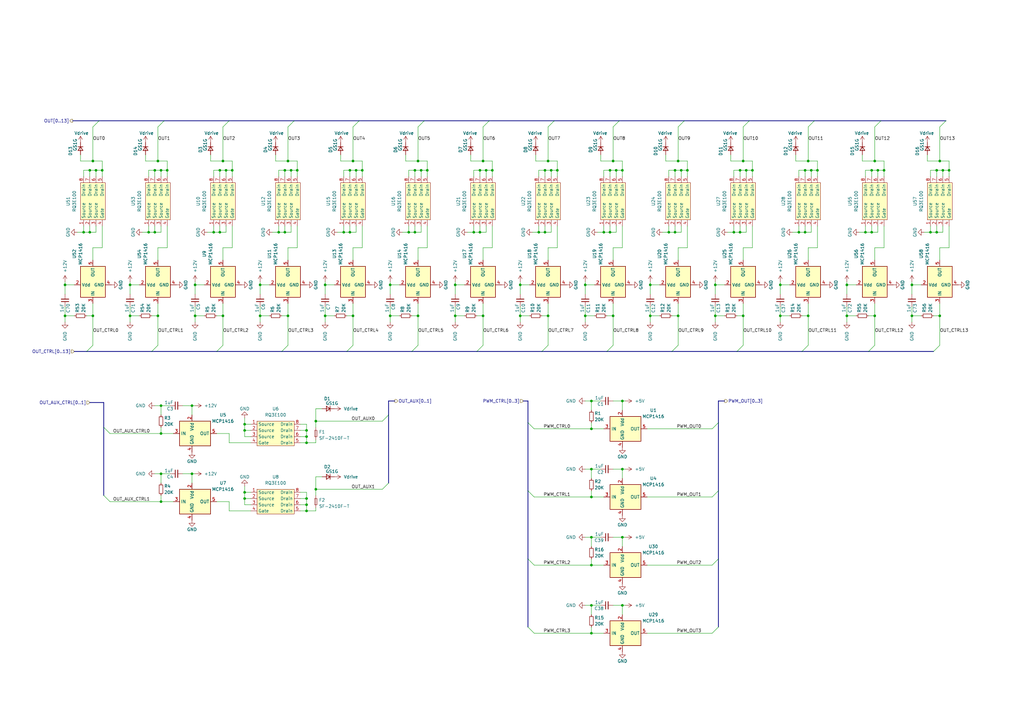
<source format=kicad_sch>
(kicad_sch (version 20230121) (generator eeschema)
  (paper "A3")
  (lib_symbols
    (symbol "CustomSymbols:RQ3E100"
      (property "Reference" "U" (at 0 5.08 0))
      (property "Value" "RQ3E100" (at 0 2.54 0))
      (symbol "RQ3E100_1_1"
        (pin passive line (at -10.16 0 0) (length 2.54) (name "Source") (number "1"))
        (pin passive line (at -10.16 -2.54 0) (length 2.54) (name "Source") (number "2"))
        (pin passive line (at -10.16 -5.08 0) (length 2.54) (name "Source") (number "3"))
        (pin input line (at -10.16 -7.62 0) (length 2.54) (name "Gate") (number "4"))
        (pin passive line (at 10.16 -7.62 180) (length 2.54) (name "Drain") (number "5"))
        (pin passive line (at 10.16 -5.08 180) (length 2.54) (name "Drain") (number "6"))
        (pin passive line (at 10.16 -2.54 180) (length 2.54) (name "Drain") (number "7"))
        (pin passive line (at 10.16 0 180) (length 2.54) (name "Drain") (number "8"))
      )
    )
    (symbol "Device:C_Small" (pin_numbers hide) (pin_names (offset 0.254) hide)
      (property "Reference" "C" (at 0.254 1.778 0))
      (property "Value" "C_Small" (at 0.254 -2.032 0))
      (symbol "C_Small_1_1"
        (pin passive line (at 0 2.54 270) (length 2.032) (name "~") (number "1"))
        (pin passive line (at 0 -2.54 90) (length 2.032) (name "~") (number "2"))
      )
    )
    (symbol "Device:D_Small" (pin_numbers hide) (pin_names (offset 0.254) hide)
      (property "Reference" "D" (at -1.27 2.032 0))
      (property "Value" "D_Small" (at -3.81 -2.032 0))
      (symbol "D_Small_1_1"
        (pin passive line (at -2.54 0 0) (length 1.778) (name "K") (number "1"))
        (pin passive line (at 2.54 0 180) (length 1.778) (name "A") (number "2"))
      )
    )
    (symbol "Device:Fuse_Small" (pin_numbers hide) (pin_names (offset 0.254) hide)
      (property "Reference" "F" (at 0 -1.524 0))
      (property "Value" "Fuse_Small" (at 0 1.524 0))
      (symbol "Fuse_Small_1_1"
        (pin passive line (at -2.54 0 0) (length 1.27) (name "~") (number "1"))
        (pin passive line (at 2.54 0 180) (length 1.27) (name "~") (number "2"))
      )
    )
    (symbol "Device:R_Small" (pin_numbers hide) (pin_names (offset 0.254) hide)
      (property "Reference" "R" (at 0.762 0.508 0))
      (property "Value" "R_Small" (at 0.762 -1.016 0))
      (symbol "R_Small_1_1"
        (pin passive line (at 0 2.54 270) (length 0.762) (name "~") (number "1"))
        (pin passive line (at 0 -2.54 90) (length 0.762) (name "~") (number "2"))
      )
    )
    (symbol "Driver_FET:MCP1416"
      (property "Reference" "U" (at -5.08 6.35 0))
      (property "Value" "MCP1416" (at 1.27 6.35 0))
      (symbol "MCP1416_1_1"
        (pin no_connect line (at 7.62 -2.54 180) (length 2.54) hide (name "NC") (number "1"))
        (pin power_in line (at 0 7.62 270) (length 2.54) (name "Vdd") (number "2"))
        (pin input line (at -7.62 0 0) (length 2.54) (name "IN") (number "3"))
        (pin power_in line (at 0 -7.62 90) (length 2.54) (name "GND") (number "4"))
        (pin output line (at 10.16 0 180) (length 2.54) (name "OUT") (number "5"))
      )
    )
    (symbol "power:+12V" (power) (pin_names (offset 0))
      (property "Value" "+12V" (at 0 3.556 0))
      (symbol "+12V_1_1"
        (pin power_in line (at 0 0 90) (length 0) hide (name "+12V") (number "1"))
      )
    )
    (symbol "power:+5V" (power) (pin_names (offset 0))
      (property "Value" "+5V" (at 0 3.556 0))
      (symbol "+5V_1_1"
        (pin power_in line (at 0 0 90) (length 0) hide (name "+5V") (number "1"))
      )
    )
    (symbol "power:GND" (power) (pin_names (offset 0))
      (property "Value" "GND" (at 0 -3.81 0))
      (symbol "GND_1_1"
        (pin power_in line (at 0 0 270) (length 0) hide (name "GND") (number "1"))
      )
    )
    (symbol "power:Vdrive" (power) (pin_names (offset 0))
      (property "Value" "Vdrive" (at 0 3.81 0))
      (symbol "Vdrive_1_1"
        (pin power_in line (at 0 0 90) (length 0) hide (name "Vdrive") (number "1"))
      )
    )
  )
  (junction (at 281.94 69.85))
  (junction (at 386.715 69.85))
  (junction (at 354.965 95.25))
  (junction (at 125.73 209.55))
  (junction (at 250.19 95.25))
  (junction (at 95.25 69.85))
  (junction (at 100.33 201.93))
  (junction (at 242.57 259.715))
  (junction (at 242.57 175.895))
  (junction (at 92.71 69.85))
  (junction (at 91.44 66.04))
  (junction (at 91.44 129.54))
  (junction (at 251.46 129.54))
  (junction (at 357.505 69.85))
  (junction (at 170.18 95.25))
  (junction (at 66.04 194.31))
  (junction (at 276.86 69.85))
  (junction (at 133.35 129.54))
  (junction (at 143.51 69.85))
  (junction (at 374.015 129.54))
  (junction (at 66.04 69.85))
  (junction (at 276.86 95.25))
  (junction (at 78.74 194.31))
  (junction (at 100.33 173.99))
  (junction (at 87.63 95.25))
  (junction (at 223.52 95.25))
  (junction (at 121.92 69.85))
  (junction (at 213.36 116.84))
  (junction (at 125.73 176.53))
  (junction (at 385.445 66.04))
  (junction (at 335.28 69.85))
  (junction (at 362.585 69.85))
  (junction (at 198.12 129.54))
  (junction (at 266.7 116.84))
  (junction (at 66.04 205.74))
  (junction (at 384.175 69.85))
  (junction (at 251.46 66.04))
  (junction (at 250.19 69.85))
  (junction (at 199.39 69.85))
  (junction (at 331.47 129.54))
  (junction (at 358.775 129.54))
  (junction (at 255.27 69.85))
  (junction (at 198.12 66.04))
  (junction (at 170.18 69.85))
  (junction (at 242.57 203.835))
  (junction (at 106.68 116.84))
  (junction (at 129.54 172.72))
  (junction (at 255.27 192.405))
  (junction (at 66.04 166.37))
  (junction (at 266.7 129.54))
  (junction (at 303.53 95.25))
  (junction (at 119.38 69.85))
  (junction (at 171.45 129.54))
  (junction (at 384.175 95.25))
  (junction (at 53.34 129.54))
  (junction (at 146.05 69.85))
  (junction (at 60.96 95.25))
  (junction (at 160.02 116.84))
  (junction (at 228.6 69.85))
  (junction (at 26.67 129.54))
  (junction (at 125.73 179.07))
  (junction (at 194.31 95.25))
  (junction (at 118.11 129.54))
  (junction (at 38.1 66.04))
  (junction (at 385.445 129.54))
  (junction (at 279.4 69.85))
  (junction (at 242.57 164.465))
  (junction (at 240.03 116.84))
  (junction (at 90.17 95.25))
  (junction (at 116.84 95.25))
  (junction (at 34.29 95.25))
  (junction (at 224.79 129.54))
  (junction (at 90.17 69.85))
  (junction (at 278.13 129.54))
  (junction (at 26.67 116.84))
  (junction (at 186.69 116.84))
  (junction (at 358.775 66.04))
  (junction (at 36.83 69.85))
  (junction (at 171.45 66.04))
  (junction (at 172.72 69.85))
  (junction (at 331.47 66.04))
  (junction (at 303.53 69.85))
  (junction (at 255.27 164.465))
  (junction (at 347.345 129.54))
  (junction (at 360.045 69.85))
  (junction (at 133.35 116.84))
  (junction (at 38.1 129.54))
  (junction (at 53.34 116.84))
  (junction (at 41.91 69.85))
  (junction (at 129.54 200.66))
  (junction (at 223.52 69.85))
  (junction (at 125.73 181.61))
  (junction (at 80.01 116.84))
  (junction (at 242.57 248.285))
  (junction (at 330.2 69.85))
  (junction (at 186.69 129.54))
  (junction (at 255.27 248.285))
  (junction (at 140.97 95.25))
  (junction (at 114.3 95.25))
  (junction (at 306.07 69.85))
  (junction (at 39.37 69.85))
  (junction (at 293.37 116.84))
  (junction (at 327.66 95.25))
  (junction (at 293.37 129.54))
  (junction (at 357.505 95.25))
  (junction (at 64.77 129.54))
  (junction (at 78.74 166.37))
  (junction (at 274.32 95.25))
  (junction (at 68.58 69.85))
  (junction (at 330.2 95.25))
  (junction (at 242.57 192.405))
  (junction (at 374.015 116.84))
  (junction (at 125.73 207.01))
  (junction (at 144.78 129.54))
  (junction (at 247.65 95.25))
  (junction (at 196.85 69.85))
  (junction (at 167.64 95.25))
  (junction (at 304.8 129.54))
  (junction (at 100.33 204.47))
  (junction (at 63.5 69.85))
  (junction (at 213.36 129.54))
  (junction (at 118.11 66.04))
  (junction (at 80.01 129.54))
  (junction (at 66.04 177.8))
  (junction (at 332.74 69.85))
  (junction (at 144.78 66.04))
  (junction (at 300.99 95.25))
  (junction (at 201.93 69.85))
  (junction (at 143.51 95.25))
  (junction (at 347.345 116.84))
  (junction (at 278.13 66.04))
  (junction (at 116.84 69.85))
  (junction (at 125.73 204.47))
  (junction (at 255.27 220.345))
  (junction (at 63.5 95.25))
  (junction (at 220.98 95.25))
  (junction (at 242.57 231.775))
  (junction (at 64.77 66.04))
  (junction (at 196.85 95.25))
  (junction (at 100.33 176.53))
  (junction (at 106.68 129.54))
  (junction (at 304.8 66.04))
  (junction (at 252.73 69.85))
  (junction (at 226.06 69.85))
  (junction (at 320.04 116.84))
  (junction (at 36.83 95.25))
  (junction (at 148.59 69.85))
  (junction (at 160.02 129.54))
  (junction (at 175.26 69.85))
  (junction (at 242.57 220.345))
  (junction (at 224.79 66.04))
  (junction (at 308.61 69.85))
  (junction (at 389.255 69.85))
  (junction (at 381.635 95.25))
  (junction (at 240.03 129.54))
  (junction (at 320.04 129.54))
  (bus_entry (at 118.11 141.605) (size -2.54 2.54))
  (bus_entry (at 334.01 49.53) (size -2.54 2.54))
  (bus_entry (at 216.535 257.175) (size 2.54 2.54))
  (bus_entry (at 294.64 201.295) (size -2.54 2.54))
  (bus_entry (at 67.31 49.53) (size -2.54 2.54))
  (bus_entry (at 304.8 141.605) (size -2.54 2.54))
  (bus_entry (at 93.98 49.53) (size -2.54 2.54))
  (bus_entry (at 361.315 49.53) (size -2.54 2.54))
  (bus_entry (at 307.34 49.53) (size -2.54 2.54))
  (bus_entry (at 227.33 49.53) (size -2.54 2.54))
  (bus_entry (at 38.1 141.605) (size -2.54 2.54))
  (bus_entry (at 358.775 141.605) (size -2.54 2.54))
  (bus_entry (at 216.535 173.355) (size 2.54 2.54))
  (bus_entry (at 42.545 175.26) (size 2.54 2.54))
  (bus_entry (at 294.64 229.235) (size -2.54 2.54))
  (bus_entry (at 216.535 201.295) (size 2.54 2.54))
  (bus_entry (at 385.445 141.605) (size -2.54 2.54))
  (bus_entry (at 171.45 141.605) (size -2.54 2.54))
  (bus_entry (at 64.77 141.605) (size -2.54 2.54))
  (bus_entry (at 144.78 141.605) (size -2.54 2.54))
  (bus_entry (at 280.67 49.53) (size -2.54 2.54))
  (bus_entry (at 387.985 49.53) (size -2.54 2.54))
  (bus_entry (at 40.64 49.53) (size -2.54 2.54))
  (bus_entry (at 120.65 49.53) (size -2.54 2.54))
  (bus_entry (at 251.46 141.605) (size -2.54 2.54))
  (bus_entry (at 294.64 173.355) (size -2.54 2.54))
  (bus_entry (at 331.47 141.605) (size -2.54 2.54))
  (bus_entry (at 294.64 257.175) (size -2.54 2.54))
  (bus_entry (at 159.385 198.12) (size -2.54 2.54))
  (bus_entry (at 42.545 203.2) (size 2.54 2.54))
  (bus_entry (at 278.13 141.605) (size -2.54 2.54))
  (bus_entry (at 147.32 49.53) (size -2.54 2.54))
  (bus_entry (at 173.99 49.53) (size -2.54 2.54))
  (bus_entry (at 216.535 229.235) (size 2.54 2.54))
  (bus_entry (at 254 49.53) (size -2.54 2.54))
  (bus_entry (at 200.66 49.53) (size -2.54 2.54))
  (bus_entry (at 159.385 170.18) (size -2.54 2.54))
  (bus_entry (at 224.79 141.605) (size -2.54 2.54))
  (bus_entry (at 91.44 141.605) (size -2.54 2.54))
  (bus_entry (at 198.12 141.605) (size -2.54 2.54))
  (wire (pts (xy 224.79 129.54) (xy 224.79 141.605)))
  (wire (pts (xy 39.37 72.39) (xy 39.37 69.85)))
  (wire (pts (xy 165.1 95.25) (xy 167.64 95.25)))
  (wire (pts (xy 41.91 92.71) (xy 41.91 101.6)))
  (wire (pts (xy 303.53 72.39) (xy 303.53 69.85)))
  (wire (pts (xy 80.01 115.57) (xy 80.01 116.84)))
  (wire (pts (xy 266.7 115.57) (xy 266.7 116.84)))
  (wire (pts (xy 93.98 205.74) (xy 88.9 205.74)))
  (wire (pts (xy 166.37 63.5) (xy 166.37 66.04)))
  (wire (pts (xy 274.32 95.25) (xy 274.32 92.71)))
  (wire (pts (xy 332.74 69.85) (xy 330.2 69.85)))
  (wire (pts (xy 38.1 129.54) (xy 38.1 124.46)))
  (wire (pts (xy 386.715 92.71) (xy 386.715 95.25)))
  (wire (pts (xy 63.5 95.25) (xy 63.5 92.71)))
  (wire (pts (xy 160.02 129.54) (xy 163.83 129.54)))
  (wire (pts (xy 384.175 95.25) (xy 381.635 95.25)))
  (bus (pts (xy 328.93 144.145) (xy 356.235 144.145)))
  (wire (pts (xy 220.98 95.25) (xy 220.98 92.71)))
  (wire (pts (xy 381.635 69.85) (xy 381.635 72.39)))
  (wire (pts (xy 170.18 95.25) (xy 170.18 92.71)))
  (wire (pts (xy 199.39 72.39) (xy 199.39 69.85)))
  (wire (pts (xy 273.05 66.04) (xy 278.13 66.04)))
  (wire (pts (xy 144.78 66.04) (xy 148.59 66.04)))
  (wire (pts (xy 347.345 125.73) (xy 347.345 129.54)))
  (wire (pts (xy 144.78 129.54) (xy 144.78 124.46)))
  (wire (pts (xy 293.37 116.84) (xy 297.18 116.84)))
  (bus (pts (xy 275.59 144.145) (xy 302.26 144.145)))
  (wire (pts (xy 381.635 95.25) (xy 381.635 92.71)))
  (wire (pts (xy 142.24 129.54) (xy 144.78 129.54)))
  (wire (pts (xy 66.04 177.8) (xy 71.12 177.8)))
  (wire (pts (xy 224.79 101.6) (xy 224.79 106.68)))
  (wire (pts (xy 384.175 95.25) (xy 384.175 92.71)))
  (bus (pts (xy 294.64 173.355) (xy 294.64 201.295)))
  (wire (pts (xy 251.46 101.6) (xy 251.46 106.68)))
  (wire (pts (xy 380.365 63.5) (xy 380.365 66.04)))
  (wire (pts (xy 306.07 72.39) (xy 306.07 69.85)))
  (wire (pts (xy 278.13 52.07) (xy 278.13 66.04)))
  (wire (pts (xy 125.73 173.99) (xy 123.19 173.99)))
  (wire (pts (xy 347.345 115.57) (xy 347.345 116.84)))
  (wire (pts (xy 166.37 66.04) (xy 171.45 66.04)))
  (wire (pts (xy 250.19 72.39) (xy 250.19 69.85)))
  (wire (pts (xy 385.445 129.54) (xy 385.445 141.605)))
  (wire (pts (xy 279.4 92.71) (xy 279.4 95.25)))
  (wire (pts (xy 358.775 101.6) (xy 358.775 106.68)))
  (wire (pts (xy 374.015 120.65) (xy 374.015 116.84)))
  (wire (pts (xy 68.58 101.6) (xy 64.77 101.6)))
  (wire (pts (xy 100.33 173.99) (xy 102.87 173.99)))
  (wire (pts (xy 36.83 72.39) (xy 36.83 69.85)))
  (wire (pts (xy 146.05 72.39) (xy 146.05 69.85)))
  (wire (pts (xy 129.54 172.72) (xy 156.845 172.72)))
  (wire (pts (xy 255.27 164.465) (xy 255.27 168.275)))
  (wire (pts (xy 278.13 66.04) (xy 281.94 66.04)))
  (wire (pts (xy 39.37 95.25) (xy 36.83 95.25)))
  (wire (pts (xy 389.255 72.39) (xy 389.255 69.85)))
  (wire (pts (xy 170.18 72.39) (xy 170.18 69.85)))
  (wire (pts (xy 146.05 69.85) (xy 143.51 69.85)))
  (wire (pts (xy 251.46 164.465) (xy 255.27 164.465)))
  (wire (pts (xy 26.67 120.65) (xy 26.67 116.84)))
  (wire (pts (xy 228.6 72.39) (xy 228.6 69.85)))
  (wire (pts (xy 386.715 69.85) (xy 384.175 69.85)))
  (wire (pts (xy 148.59 92.71) (xy 148.59 101.6)))
  (wire (pts (xy 90.17 72.39) (xy 90.17 69.85)))
  (wire (pts (xy 39.37 92.71) (xy 39.37 95.25)))
  (wire (pts (xy 116.84 95.25) (xy 116.84 92.71)))
  (wire (pts (xy 143.51 95.25) (xy 140.97 95.25)))
  (wire (pts (xy 125.73 179.07) (xy 125.73 176.53)))
  (wire (pts (xy 198.12 129.54) (xy 198.12 141.605)))
  (wire (pts (xy 352.425 95.25) (xy 354.965 95.25)))
  (wire (pts (xy 100.33 201.93) (xy 102.87 201.93)))
  (wire (pts (xy 347.345 132.08) (xy 347.345 129.54)))
  (wire (pts (xy 240.03 220.345) (xy 242.57 220.345)))
  (bus (pts (xy 356.235 144.145) (xy 382.905 144.145)))
  (wire (pts (xy 133.35 115.57) (xy 133.35 116.84)))
  (bus (pts (xy 216.535 173.355) (xy 216.535 201.295)))
  (wire (pts (xy 129.54 195.58) (xy 129.54 200.66)))
  (wire (pts (xy 293.37 115.57) (xy 293.37 116.84)))
  (wire (pts (xy 36.83 69.85) (xy 34.29 69.85)))
  (wire (pts (xy 331.47 66.04) (xy 335.28 66.04)))
  (wire (pts (xy 35.56 129.54) (xy 38.1 129.54)))
  (wire (pts (xy 330.2 95.25) (xy 327.66 95.25)))
  (wire (pts (xy 68.58 92.71) (xy 68.58 101.6)))
  (wire (pts (xy 385.445 129.54) (xy 385.445 124.46)))
  (wire (pts (xy 148.59 66.04) (xy 148.59 69.85)))
  (wire (pts (xy 330.2 72.39) (xy 330.2 69.85)))
  (wire (pts (xy 353.695 66.04) (xy 358.775 66.04)))
  (wire (pts (xy 256.54 164.465) (xy 255.27 164.465)))
  (wire (pts (xy 129.54 195.58) (xy 132.08 195.58)))
  (wire (pts (xy 255.27 220.345) (xy 255.27 224.155)))
  (wire (pts (xy 31.75 95.25) (xy 34.29 95.25)))
  (wire (pts (xy 69.85 194.31) (xy 66.04 194.31)))
  (wire (pts (xy 91.44 129.54) (xy 91.44 141.605)))
  (bus (pts (xy 280.67 49.53) (xy 307.34 49.53)))
  (wire (pts (xy 360.045 69.85) (xy 357.505 69.85)))
  (wire (pts (xy 196.85 72.39) (xy 196.85 69.85)))
  (wire (pts (xy 242.57 257.175) (xy 242.57 259.715)))
  (wire (pts (xy 45.085 205.74) (xy 66.04 205.74)))
  (bus (pts (xy 216.535 201.295) (xy 216.535 229.235)))
  (wire (pts (xy 171.45 101.6) (xy 171.45 106.68)))
  (wire (pts (xy 100.33 171.45) (xy 100.33 173.99)))
  (wire (pts (xy 95.25 69.85) (xy 92.71 69.85)))
  (wire (pts (xy 140.97 69.85) (xy 140.97 72.39)))
  (wire (pts (xy 386.715 72.39) (xy 386.715 69.85)))
  (wire (pts (xy 129.54 180.34) (xy 129.54 181.61)))
  (wire (pts (xy 114.3 69.85) (xy 114.3 72.39)))
  (wire (pts (xy 360.045 92.71) (xy 360.045 95.25)))
  (wire (pts (xy 116.84 69.85) (xy 114.3 69.85)))
  (wire (pts (xy 186.69 125.73) (xy 186.69 129.54)))
  (wire (pts (xy 304.8 129.54) (xy 304.8 141.605)))
  (wire (pts (xy 191.77 95.25) (xy 194.31 95.25)))
  (wire (pts (xy 195.58 129.54) (xy 198.12 129.54)))
  (wire (pts (xy 86.36 63.5) (xy 86.36 66.04)))
  (wire (pts (xy 242.57 175.895) (xy 247.65 175.895)))
  (wire (pts (xy 308.61 69.85) (xy 306.07 69.85)))
  (wire (pts (xy 302.26 129.54) (xy 304.8 129.54)))
  (wire (pts (xy 138.43 95.25) (xy 140.97 95.25)))
  (wire (pts (xy 308.61 72.39) (xy 308.61 69.85)))
  (bus (pts (xy 36.83 165.1) (xy 42.545 165.1)))
  (wire (pts (xy 246.38 192.405) (xy 242.57 192.405)))
  (wire (pts (xy 90.17 69.85) (xy 87.63 69.85)))
  (wire (pts (xy 266.7 120.65) (xy 266.7 116.84)))
  (wire (pts (xy 92.71 92.71) (xy 92.71 95.25)))
  (wire (pts (xy 171.45 129.54) (xy 171.45 141.605)))
  (wire (pts (xy 242.57 231.775) (xy 247.65 231.775)))
  (wire (pts (xy 66.04 194.31) (xy 66.04 198.12)))
  (wire (pts (xy 64.77 129.54) (xy 64.77 124.46)))
  (wire (pts (xy 93.98 181.61) (xy 93.98 177.8)))
  (bus (pts (xy 200.66 49.53) (xy 227.33 49.53)))
  (wire (pts (xy 125.73 204.47) (xy 125.73 201.93)))
  (wire (pts (xy 248.92 129.54) (xy 251.46 129.54)))
  (wire (pts (xy 274.32 69.85) (xy 274.32 72.39)))
  (wire (pts (xy 186.69 132.08) (xy 186.69 129.54)))
  (wire (pts (xy 226.06 92.71) (xy 226.06 95.25)))
  (wire (pts (xy 255.27 101.6) (xy 251.46 101.6)))
  (wire (pts (xy 38.1 101.6) (xy 38.1 106.68)))
  (wire (pts (xy 201.93 69.85) (xy 199.39 69.85)))
  (bus (pts (xy 62.23 144.145) (xy 88.9 144.145)))
  (wire (pts (xy 41.91 101.6) (xy 38.1 101.6)))
  (wire (pts (xy 306.07 92.71) (xy 306.07 95.25)))
  (wire (pts (xy 106.68 129.54) (xy 110.49 129.54)))
  (wire (pts (xy 298.45 95.25) (xy 300.99 95.25)))
  (wire (pts (xy 80.01 116.84) (xy 83.82 116.84)))
  (wire (pts (xy 63.5 166.37) (xy 66.04 166.37)))
  (wire (pts (xy 303.53 69.85) (xy 300.99 69.85)))
  (wire (pts (xy 171.45 66.04) (xy 175.26 66.04)))
  (wire (pts (xy 95.25 72.39) (xy 95.25 69.85)))
  (wire (pts (xy 220.98 69.85) (xy 220.98 72.39)))
  (wire (pts (xy 92.71 95.25) (xy 90.17 95.25)))
  (wire (pts (xy 129.54 167.64) (xy 132.08 167.64)))
  (wire (pts (xy 53.34 120.65) (xy 53.34 116.84)))
  (wire (pts (xy 133.35 125.73) (xy 133.35 129.54)))
  (wire (pts (xy 92.71 72.39) (xy 92.71 69.85)))
  (wire (pts (xy 102.87 207.01) (xy 100.33 207.01)))
  (wire (pts (xy 100.33 204.47) (xy 102.87 204.47)))
  (wire (pts (xy 389.255 101.6) (xy 385.445 101.6)))
  (wire (pts (xy 222.25 129.54) (xy 224.79 129.54)))
  (wire (pts (xy 148.59 101.6) (xy 144.78 101.6)))
  (wire (pts (xy 168.91 129.54) (xy 171.45 129.54)))
  (wire (pts (xy 66.04 203.2) (xy 66.04 205.74)))
  (wire (pts (xy 276.86 72.39) (xy 276.86 69.85)))
  (wire (pts (xy 335.28 92.71) (xy 335.28 101.6)))
  (wire (pts (xy 119.38 92.71) (xy 119.38 95.25)))
  (wire (pts (xy 53.34 115.57) (xy 53.34 116.84)))
  (wire (pts (xy 252.73 95.25) (xy 250.19 95.25)))
  (wire (pts (xy 213.36 115.57) (xy 213.36 116.84)))
  (wire (pts (xy 308.61 66.04) (xy 308.61 69.85)))
  (wire (pts (xy 347.345 129.54) (xy 351.155 129.54)))
  (wire (pts (xy 125.73 181.61) (xy 125.73 179.07)))
  (bus (pts (xy 168.91 144.145) (xy 195.58 144.145)))
  (wire (pts (xy 167.64 69.85) (xy 167.64 72.39)))
  (wire (pts (xy 201.93 72.39) (xy 201.93 69.85)))
  (bus (pts (xy 147.32 49.53) (xy 173.99 49.53)))
  (wire (pts (xy 121.92 92.71) (xy 121.92 101.6)))
  (wire (pts (xy 293.37 132.08) (xy 293.37 129.54)))
  (wire (pts (xy 38.1 52.07) (xy 38.1 66.04)))
  (wire (pts (xy 53.34 132.08) (xy 53.34 129.54)))
  (wire (pts (xy 41.91 66.04) (xy 41.91 69.85)))
  (wire (pts (xy 299.72 66.04) (xy 304.8 66.04)))
  (wire (pts (xy 278.13 101.6) (xy 278.13 106.68)))
  (wire (pts (xy 331.47 129.54) (xy 331.47 141.605)))
  (wire (pts (xy 228.6 66.04) (xy 228.6 69.85)))
  (wire (pts (xy 320.04 125.73) (xy 320.04 129.54)))
  (wire (pts (xy 328.93 129.54) (xy 331.47 129.54)))
  (wire (pts (xy 125.73 209.55) (xy 125.73 207.01)))
  (wire (pts (xy 186.69 120.65) (xy 186.69 116.84)))
  (wire (pts (xy 357.505 72.39) (xy 357.505 69.85)))
  (wire (pts (xy 320.04 129.54) (xy 323.85 129.54)))
  (wire (pts (xy 160.02 120.65) (xy 160.02 116.84)))
  (wire (pts (xy 281.94 92.71) (xy 281.94 101.6)))
  (wire (pts (xy 362.585 92.71) (xy 362.585 101.6)))
  (wire (pts (xy 266.7 116.84) (xy 270.51 116.84)))
  (wire (pts (xy 242.57 203.835) (xy 247.65 203.835)))
  (wire (pts (xy 93.98 209.55) (xy 93.98 205.74)))
  (wire (pts (xy 250.19 95.25) (xy 247.65 95.25)))
  (wire (pts (xy 115.57 129.54) (xy 118.11 129.54)))
  (bus (pts (xy 222.25 144.145) (xy 248.92 144.145)))
  (wire (pts (xy 66.04 69.85) (xy 63.5 69.85)))
  (wire (pts (xy 68.58 69.85) (xy 66.04 69.85)))
  (wire (pts (xy 223.52 95.25) (xy 220.98 95.25)))
  (wire (pts (xy 246.38 220.345) (xy 242.57 220.345)))
  (wire (pts (xy 242.57 173.355) (xy 242.57 175.895)))
  (wire (pts (xy 140.97 95.25) (xy 140.97 92.71)))
  (wire (pts (xy 255.27 66.04) (xy 255.27 69.85)))
  (wire (pts (xy 87.63 69.85) (xy 87.63 72.39)))
  (wire (pts (xy 389.255 92.71) (xy 389.255 101.6)))
  (bus (pts (xy 142.24 144.145) (xy 168.91 144.145)))
  (wire (pts (xy 129.54 167.64) (xy 129.54 172.72)))
  (wire (pts (xy 228.6 92.71) (xy 228.6 101.6)))
  (wire (pts (xy 80.01 194.31) (xy 78.74 194.31)))
  (wire (pts (xy 160.02 115.57) (xy 160.02 116.84)))
  (wire (pts (xy 308.61 101.6) (xy 304.8 101.6)))
  (wire (pts (xy 362.585 101.6) (xy 358.775 101.6)))
  (wire (pts (xy 64.77 52.07) (xy 64.77 66.04)))
  (wire (pts (xy 275.59 129.54) (xy 278.13 129.54)))
  (wire (pts (xy 384.175 72.39) (xy 384.175 69.85)))
  (bus (pts (xy 302.26 144.145) (xy 328.93 144.145)))
  (wire (pts (xy 196.85 69.85) (xy 194.31 69.85)))
  (wire (pts (xy 69.85 166.37) (xy 66.04 166.37)))
  (wire (pts (xy 196.85 95.25) (xy 194.31 95.25)))
  (bus (pts (xy 161.925 164.465) (xy 159.385 164.465)))
  (wire (pts (xy 39.37 69.85) (xy 36.83 69.85)))
  (wire (pts (xy 246.38 63.5) (xy 246.38 66.04)))
  (wire (pts (xy 88.9 129.54) (xy 91.44 129.54)))
  (wire (pts (xy 281.94 72.39) (xy 281.94 69.85)))
  (wire (pts (xy 306.07 69.85) (xy 303.53 69.85)))
  (wire (pts (xy 106.68 116.84) (xy 110.49 116.84)))
  (wire (pts (xy 102.87 209.55) (xy 93.98 209.55)))
  (bus (pts (xy 248.92 144.145) (xy 275.59 144.145)))
  (bus (pts (xy 29.845 49.53) (xy 40.64 49.53)))
  (wire (pts (xy 160.02 116.84) (xy 163.83 116.84)))
  (wire (pts (xy 95.25 101.6) (xy 91.44 101.6)))
  (wire (pts (xy 256.54 248.285) (xy 255.27 248.285)))
  (wire (pts (xy 278.13 129.54) (xy 278.13 141.605)))
  (wire (pts (xy 199.39 95.25) (xy 196.85 95.25)))
  (wire (pts (xy 133.35 120.65) (xy 133.35 116.84)))
  (wire (pts (xy 100.33 204.47) (xy 100.33 201.93)))
  (bus (pts (xy 93.98 49.53) (xy 120.65 49.53)))
  (wire (pts (xy 172.72 72.39) (xy 172.72 69.85)))
  (wire (pts (xy 198.12 101.6) (xy 198.12 106.68)))
  (wire (pts (xy 129.54 209.55) (xy 125.73 209.55)))
  (wire (pts (xy 331.47 101.6) (xy 331.47 106.68)))
  (wire (pts (xy 53.34 125.73) (xy 53.34 129.54)))
  (wire (pts (xy 175.26 92.71) (xy 175.26 101.6)))
  (wire (pts (xy 90.17 95.25) (xy 87.63 95.25)))
  (bus (pts (xy 307.34 49.53) (xy 334.01 49.53)))
  (wire (pts (xy 64.77 101.6) (xy 64.77 106.68)))
  (wire (pts (xy 332.74 95.25) (xy 330.2 95.25)))
  (wire (pts (xy 358.775 129.54) (xy 358.775 124.46)))
  (wire (pts (xy 224.79 52.07) (xy 224.79 66.04)))
  (wire (pts (xy 123.19 207.01) (xy 125.73 207.01)))
  (wire (pts (xy 255.27 69.85) (xy 252.73 69.85)))
  (wire (pts (xy 26.67 125.73) (xy 26.67 129.54)))
  (bus (pts (xy 294.64 229.235) (xy 294.64 257.175)))
  (wire (pts (xy 382.905 129.54) (xy 385.445 129.54)))
  (wire (pts (xy 111.76 95.25) (xy 114.3 95.25)))
  (wire (pts (xy 293.37 125.73) (xy 293.37 129.54)))
  (wire (pts (xy 175.26 72.39) (xy 175.26 69.85)))
  (wire (pts (xy 86.36 66.04) (xy 91.44 66.04)))
  (wire (pts (xy 224.79 129.54) (xy 224.79 124.46)))
  (wire (pts (xy 199.39 92.71) (xy 199.39 95.25)))
  (wire (pts (xy 246.38 248.285) (xy 242.57 248.285)))
  (wire (pts (xy 123.19 209.55) (xy 125.73 209.55)))
  (wire (pts (xy 91.44 101.6) (xy 91.44 106.68)))
  (wire (pts (xy 74.93 194.31) (xy 78.74 194.31)))
  (wire (pts (xy 320.04 132.08) (xy 320.04 129.54)))
  (wire (pts (xy 223.52 95.25) (xy 223.52 92.71)))
  (wire (pts (xy 223.52 72.39) (xy 223.52 69.85)))
  (wire (pts (xy 358.775 129.54) (xy 358.775 141.605)))
  (wire (pts (xy 63.5 69.85) (xy 60.96 69.85)))
  (wire (pts (xy 251.46 220.345) (xy 255.27 220.345)))
  (wire (pts (xy 118.11 129.54) (xy 118.11 141.605)))
  (wire (pts (xy 242.57 248.285) (xy 242.57 252.095)))
  (wire (pts (xy 276.86 95.25) (xy 274.32 95.25)))
  (wire (pts (xy 255.27 92.71) (xy 255.27 101.6)))
  (wire (pts (xy 41.91 69.85) (xy 39.37 69.85)))
  (wire (pts (xy 36.83 95.25) (xy 36.83 92.71)))
  (wire (pts (xy 354.965 95.25) (xy 354.965 92.71)))
  (wire (pts (xy 385.445 66.04) (xy 389.255 66.04)))
  (wire (pts (xy 213.36 120.65) (xy 213.36 116.84)))
  (wire (pts (xy 265.43 231.775) (xy 292.1 231.775)))
  (wire (pts (xy 66.04 175.26) (xy 66.04 177.8)))
  (wire (pts (xy 356.235 129.54) (xy 358.775 129.54)))
  (wire (pts (xy 148.59 72.39) (xy 148.59 69.85)))
  (wire (pts (xy 304.8 129.54) (xy 304.8 124.46)))
  (wire (pts (xy 172.72 69.85) (xy 170.18 69.85)))
  (bus (pts (xy 42.545 165.1) (xy 42.545 175.26)))
  (wire (pts (xy 26.67 129.54) (xy 30.48 129.54)))
  (wire (pts (xy 331.47 129.54) (xy 331.47 124.46)))
  (wire (pts (xy 213.36 129.54) (xy 217.17 129.54)))
  (wire (pts (xy 327.66 95.25) (xy 327.66 92.71)))
  (wire (pts (xy 251.46 66.04) (xy 255.27 66.04)))
  (wire (pts (xy 326.39 63.5) (xy 326.39 66.04)))
  (wire (pts (xy 266.7 132.08) (xy 266.7 129.54)))
  (wire (pts (xy 201.93 92.71) (xy 201.93 101.6)))
  (wire (pts (xy 242.57 220.345) (xy 242.57 224.155)))
  (wire (pts (xy 332.74 72.39) (xy 332.74 69.85)))
  (wire (pts (xy 119.38 69.85) (xy 116.84 69.85)))
  (wire (pts (xy 125.73 207.01) (xy 125.73 204.47)))
  (wire (pts (xy 139.7 63.5) (xy 139.7 66.04)))
  (wire (pts (xy 121.92 72.39) (xy 121.92 69.85)))
  (wire (pts (xy 92.71 69.85) (xy 90.17 69.85)))
  (wire (pts (xy 85.09 95.25) (xy 87.63 95.25)))
  (wire (pts (xy 62.23 129.54) (xy 64.77 129.54)))
  (wire (pts (xy 78.74 194.31) (xy 78.74 198.12)))
  (wire (pts (xy 240.03 248.285) (xy 242.57 248.285)))
  (wire (pts (xy 240.03 120.65) (xy 240.03 116.84)))
  (wire (pts (xy 38.1 129.54) (xy 38.1 141.605)))
  (bus (pts (xy 361.315 49.53) (xy 387.985 49.53)))
  (wire (pts (xy 251.46 129.54) (xy 251.46 124.46)))
  (wire (pts (xy 133.35 116.84) (xy 137.16 116.84)))
  (wire (pts (xy 143.51 69.85) (xy 140.97 69.85)))
  (wire (pts (xy 335.28 101.6) (xy 331.47 101.6)))
  (wire (pts (xy 194.31 95.25) (xy 194.31 92.71)))
  (wire (pts (xy 252.73 69.85) (xy 250.19 69.85)))
  (wire (pts (xy 193.04 63.5) (xy 193.04 66.04)))
  (wire (pts (xy 116.84 95.25) (xy 114.3 95.25)))
  (wire (pts (xy 347.345 116.84) (xy 351.155 116.84)))
  (wire (pts (xy 175.26 101.6) (xy 171.45 101.6)))
  (wire (pts (xy 123.19 181.61) (xy 125.73 181.61)))
  (wire (pts (xy 242.57 201.295) (xy 242.57 203.835)))
  (wire (pts (xy 106.68 132.08) (xy 106.68 129.54)))
  (bus (pts (xy 67.31 49.53) (xy 93.98 49.53)))
  (wire (pts (xy 308.61 92.71) (xy 308.61 101.6)))
  (wire (pts (xy 106.68 125.73) (xy 106.68 129.54)))
  (wire (pts (xy 240.03 164.465) (xy 242.57 164.465)))
  (wire (pts (xy 251.46 129.54) (xy 251.46 141.605)))
  (wire (pts (xy 60.96 95.25) (xy 60.96 92.71)))
  (bus (pts (xy 294.64 164.465) (xy 294.64 173.355)))
  (wire (pts (xy 33.02 66.04) (xy 38.1 66.04)))
  (wire (pts (xy 252.73 72.39) (xy 252.73 69.85)))
  (wire (pts (xy 251.46 52.07) (xy 251.46 66.04)))
  (wire (pts (xy 95.25 92.71) (xy 95.25 101.6)))
  (wire (pts (xy 125.73 176.53) (xy 125.73 173.99)))
  (wire (pts (xy 276.86 69.85) (xy 274.32 69.85)))
  (wire (pts (xy 358.775 52.07) (xy 358.775 66.04)))
  (wire (pts (xy 327.66 69.85) (xy 327.66 72.39)))
  (wire (pts (xy 240.03 192.405) (xy 242.57 192.405)))
  (wire (pts (xy 129.54 208.28) (xy 129.54 209.55)))
  (wire (pts (xy 139.7 66.04) (xy 144.78 66.04)))
  (bus (pts (xy 227.33 49.53) (xy 254 49.53)))
  (wire (pts (xy 60.96 69.85) (xy 60.96 72.39)))
  (wire (pts (xy 218.44 95.25) (xy 220.98 95.25)))
  (wire (pts (xy 175.26 66.04) (xy 175.26 69.85)))
  (wire (pts (xy 374.015 129.54) (xy 377.825 129.54)))
  (wire (pts (xy 114.3 95.25) (xy 114.3 92.71)))
  (wire (pts (xy 320.04 115.57) (xy 320.04 116.84)))
  (wire (pts (xy 45.085 177.8) (xy 66.04 177.8)))
  (wire (pts (xy 320.04 116.84) (xy 323.85 116.84)))
  (wire (pts (xy 213.36 132.08) (xy 213.36 129.54)))
  (wire (pts (xy 335.28 66.04) (xy 335.28 69.85)))
  (wire (pts (xy 303.53 95.25) (xy 300.99 95.25)))
  (wire (pts (xy 106.68 120.65) (xy 106.68 116.84)))
  (wire (pts (xy 63.5 95.25) (xy 60.96 95.25)))
  (wire (pts (xy 240.03 129.54) (xy 243.84 129.54)))
  (wire (pts (xy 144.78 129.54) (xy 144.78 141.605)))
  (wire (pts (xy 80.01 120.65) (xy 80.01 116.84)))
  (bus (pts (xy 195.58 144.145) (xy 222.25 144.145)))
  (wire (pts (xy 362.585 72.39) (xy 362.585 69.85)))
  (wire (pts (xy 357.505 95.25) (xy 357.505 92.71)))
  (bus (pts (xy 120.65 49.53) (xy 147.32 49.53)))
  (wire (pts (xy 68.58 66.04) (xy 68.58 69.85)))
  (wire (pts (xy 219.71 66.04) (xy 224.79 66.04)))
  (wire (pts (xy 246.38 164.465) (xy 242.57 164.465)))
  (wire (pts (xy 198.12 66.04) (xy 201.93 66.04)))
  (wire (pts (xy 226.06 69.85) (xy 223.52 69.85)))
  (wire (pts (xy 194.31 69.85) (xy 194.31 72.39)))
  (wire (pts (xy 123.19 176.53) (xy 125.73 176.53)))
  (wire (pts (xy 172.72 95.25) (xy 170.18 95.25)))
  (wire (pts (xy 358.775 66.04) (xy 362.585 66.04)))
  (wire (pts (xy 118.11 101.6) (xy 118.11 106.68)))
  (wire (pts (xy 362.585 66.04) (xy 362.585 69.85)))
  (wire (pts (xy 357.505 69.85) (xy 354.965 69.85)))
  (wire (pts (xy 228.6 101.6) (xy 224.79 101.6)))
  (wire (pts (xy 240.03 115.57) (xy 240.03 116.84)))
  (bus (pts (xy 30.48 144.145) (xy 35.56 144.145)))
  (wire (pts (xy 300.99 95.25) (xy 300.99 92.71)))
  (bus (pts (xy 173.99 49.53) (xy 200.66 49.53)))
  (wire (pts (xy 123.19 204.47) (xy 125.73 204.47)))
  (wire (pts (xy 100.33 176.53) (xy 100.33 173.99)))
  (wire (pts (xy 245.11 95.25) (xy 247.65 95.25)))
  (wire (pts (xy 226.06 95.25) (xy 223.52 95.25)))
  (wire (pts (xy 100.33 179.07) (xy 100.33 176.53)))
  (wire (pts (xy 91.44 52.07) (xy 91.44 66.04)))
  (wire (pts (xy 186.69 129.54) (xy 190.5 129.54)))
  (wire (pts (xy 198.12 52.07) (xy 198.12 66.04)))
  (wire (pts (xy 59.69 63.5) (xy 59.69 66.04)))
  (wire (pts (xy 265.43 175.895) (xy 292.1 175.895)))
  (wire (pts (xy 129.54 181.61) (xy 125.73 181.61)))
  (bus (pts (xy 42.545 175.26) (xy 42.545 203.2)))
  (wire (pts (xy 256.54 220.345) (xy 255.27 220.345)))
  (wire (pts (xy 129.54 200.66) (xy 129.54 203.2)))
  (wire (pts (xy 276.86 95.25) (xy 276.86 92.71)))
  (wire (pts (xy 26.67 132.08) (xy 26.67 129.54)))
  (wire (pts (xy 63.5 72.39) (xy 63.5 69.85)))
  (wire (pts (xy 129.54 200.66) (xy 156.845 200.66)))
  (wire (pts (xy 226.06 72.39) (xy 226.06 69.85)))
  (wire (pts (xy 265.43 203.835) (xy 292.1 203.835)))
  (wire (pts (xy 36.83 95.25) (xy 34.29 95.25)))
  (wire (pts (xy 80.01 129.54) (xy 83.82 129.54)))
  (wire (pts (xy 242.57 229.235) (xy 242.57 231.775)))
  (wire (pts (xy 53.34 116.84) (xy 57.15 116.84)))
  (wire (pts (xy 74.93 166.37) (xy 78.74 166.37)))
  (wire (pts (xy 330.2 69.85) (xy 327.66 69.85)))
  (wire (pts (xy 219.075 175.895) (xy 242.57 175.895)))
  (wire (pts (xy 242.57 192.405) (xy 242.57 196.215)))
  (wire (pts (xy 255.27 72.39) (xy 255.27 69.85)))
  (wire (pts (xy 304.8 101.6) (xy 304.8 106.68)))
  (wire (pts (xy 256.54 192.405) (xy 255.27 192.405)))
  (wire (pts (xy 213.36 116.84) (xy 217.17 116.84)))
  (wire (pts (xy 90.17 95.25) (xy 90.17 92.71)))
  (wire (pts (xy 303.53 95.25) (xy 303.53 92.71)))
  (wire (pts (xy 224.79 66.04) (xy 228.6 66.04)))
  (wire (pts (xy 219.075 231.775) (xy 242.57 231.775)))
  (wire (pts (xy 186.69 116.84) (xy 190.5 116.84)))
  (wire (pts (xy 80.01 125.73) (xy 80.01 129.54)))
  (bus (pts (xy 35.56 144.145) (xy 62.23 144.145)))
  (wire (pts (xy 353.695 63.5) (xy 353.695 66.04)))
  (wire (pts (xy 160.02 132.08) (xy 160.02 129.54)))
  (wire (pts (xy 242.57 259.715) (xy 247.65 259.715)))
  (wire (pts (xy 143.51 72.39) (xy 143.51 69.85)))
  (wire (pts (xy 279.4 69.85) (xy 276.86 69.85)))
  (wire (pts (xy 95.25 66.04) (xy 95.25 69.85)))
  (wire (pts (xy 171.45 52.07) (xy 171.45 66.04)))
  (wire (pts (xy 213.36 125.73) (xy 213.36 129.54)))
  (wire (pts (xy 129.54 172.72) (xy 129.54 175.26)))
  (wire (pts (xy 146.05 95.25) (xy 143.51 95.25)))
  (wire (pts (xy 100.33 199.39) (xy 100.33 201.93)))
  (wire (pts (xy 100.33 207.01) (xy 100.33 204.47)))
  (bus (pts (xy 216.535 164.465) (xy 216.535 173.355)))
  (bus (pts (xy 297.18 164.465) (xy 294.64 164.465)))
  (wire (pts (xy 299.72 63.5) (xy 299.72 66.04)))
  (wire (pts (xy 170.18 95.25) (xy 167.64 95.25)))
  (wire (pts (xy 80.01 166.37) (xy 78.74 166.37)))
  (wire (pts (xy 133.35 129.54) (xy 137.16 129.54)))
  (wire (pts (xy 119.38 95.25) (xy 116.84 95.25)))
  (wire (pts (xy 265.43 259.715) (xy 292.1 259.715)))
  (wire (pts (xy 66.04 72.39) (xy 66.04 69.85)))
  (wire (pts (xy 64.77 66.04) (xy 68.58 66.04)))
  (bus (pts (xy 216.535 229.235) (xy 216.535 257.175)))
  (wire (pts (xy 121.92 69.85) (xy 119.38 69.85)))
  (wire (pts (xy 386.715 95.25) (xy 384.175 95.25)))
  (wire (pts (xy 242.57 164.465) (xy 242.57 168.275)))
  (wire (pts (xy 251.46 248.285) (xy 255.27 248.285)))
  (wire (pts (xy 66.04 166.37) (xy 66.04 170.18)))
  (wire (pts (xy 146.05 92.71) (xy 146.05 95.25)))
  (wire (pts (xy 199.39 69.85) (xy 196.85 69.85)))
  (wire (pts (xy 133.35 132.08) (xy 133.35 129.54)))
  (wire (pts (xy 119.38 72.39) (xy 119.38 69.85)))
  (wire (pts (xy 266.7 125.73) (xy 266.7 129.54)))
  (bus (pts (xy 159.385 164.465) (xy 159.385 170.18)))
  (wire (pts (xy 118.11 66.04) (xy 121.92 66.04)))
  (wire (pts (xy 332.74 92.71) (xy 332.74 95.25)))
  (wire (pts (xy 63.5 194.31) (xy 66.04 194.31)))
  (wire (pts (xy 240.03 132.08) (xy 240.03 129.54)))
  (wire (pts (xy 347.345 120.65) (xy 347.345 116.84)))
  (bus (pts (xy 294.64 201.295) (xy 294.64 229.235)))
  (wire (pts (xy 250.19 69.85) (xy 247.65 69.85)))
  (wire (pts (xy 59.69 66.04) (xy 64.77 66.04)))
  (wire (pts (xy 304.8 52.07) (xy 304.8 66.04)))
  (wire (pts (xy 38.1 66.04) (xy 41.91 66.04)))
  (wire (pts (xy 175.26 69.85) (xy 172.72 69.85)))
  (wire (pts (xy 300.99 69.85) (xy 300.99 72.39)))
  (wire (pts (xy 118.11 52.07) (xy 118.11 66.04)))
  (bus (pts (xy 214.63 164.465) (xy 216.535 164.465)))
  (wire (pts (xy 304.8 66.04) (xy 308.61 66.04)))
  (wire (pts (xy 113.03 63.5) (xy 113.03 66.04)))
  (wire (pts (xy 330.2 95.25) (xy 330.2 92.71)))
  (wire (pts (xy 379.095 95.25) (xy 381.635 95.25)))
  (wire (pts (xy 240.03 116.84) (xy 243.84 116.84)))
  (wire (pts (xy 53.34 129.54) (xy 57.15 129.54)))
  (wire (pts (xy 201.93 66.04) (xy 201.93 69.85)))
  (wire (pts (xy 266.7 129.54) (xy 270.51 129.54)))
  (bus (pts (xy 115.57 144.145) (xy 142.24 144.145)))
  (wire (pts (xy 385.445 52.07) (xy 385.445 66.04)))
  (wire (pts (xy 160.02 125.73) (xy 160.02 129.54)))
  (wire (pts (xy 335.28 72.39) (xy 335.28 69.85)))
  (wire (pts (xy 167.64 95.25) (xy 167.64 92.71)))
  (wire (pts (xy 41.91 72.39) (xy 41.91 69.85)))
  (wire (pts (xy 193.04 66.04) (xy 198.12 66.04)))
  (wire (pts (xy 102.87 179.07) (xy 100.33 179.07)))
  (wire (pts (xy 325.12 95.25) (xy 327.66 95.25)))
  (wire (pts (xy 91.44 66.04) (xy 95.25 66.04)))
  (wire (pts (xy 357.505 95.25) (xy 354.965 95.25)))
  (wire (pts (xy 320.04 120.65) (xy 320.04 116.84)))
  (wire (pts (xy 102.87 181.61) (xy 93.98 181.61)))
  (bus (pts (xy 88.9 144.145) (xy 115.57 144.145)))
  (wire (pts (xy 219.075 203.835) (xy 242.57 203.835)))
  (wire (pts (xy 271.78 95.25) (xy 274.32 95.25)))
  (wire (pts (xy 80.01 132.08) (xy 80.01 129.54)))
  (wire (pts (xy 144.78 52.07) (xy 144.78 66.04)))
  (wire (pts (xy 278.13 129.54) (xy 278.13 124.46)))
  (wire (pts (xy 306.07 95.25) (xy 303.53 95.25)))
  (wire (pts (xy 228.6 69.85) (xy 226.06 69.85)))
  (wire (pts (xy 279.4 95.25) (xy 276.86 95.25)))
  (wire (pts (xy 125.73 201.93) (xy 123.19 201.93)))
  (wire (pts (xy 143.51 95.25) (xy 143.51 92.71)))
  (wire (pts (xy 374.015 132.08) (xy 374.015 129.54)))
  (wire (pts (xy 201.93 101.6) (xy 198.12 101.6)))
  (wire (pts (xy 273.05 63.5) (xy 273.05 66.04)))
  (bus (pts (xy 254 49.53) (xy 280.67 49.53)))
  (wire (pts (xy 66.04 95.25) (xy 63.5 95.25)))
  (wire (pts (xy 100.33 176.53) (xy 102.87 176.53)))
  (wire (pts (xy 118.11 129.54) (xy 118.11 124.46)))
  (wire (pts (xy 293.37 129.54) (xy 297.18 129.54)))
  (wire (pts (xy 34.29 95.25) (xy 34.29 92.71)))
  (wire (pts (xy 281.94 69.85) (xy 279.4 69.85)))
  (wire (pts (xy 246.38 66.04) (xy 251.46 66.04)))
  (wire (pts (xy 113.03 66.04) (xy 118.11 66.04)))
  (wire (pts (xy 240.03 125.73) (xy 240.03 129.54)))
  (wire (pts (xy 171.45 129.54) (xy 171.45 124.46)))
  (wire (pts (xy 219.71 63.5) (xy 219.71 66.04)))
  (wire (pts (xy 250.19 95.25) (xy 250.19 92.71)))
  (wire (pts (xy 144.78 101.6) (xy 144.78 106.68)))
  (wire (pts (xy 251.46 192.405) (xy 255.27 192.405)))
  (wire (pts (xy 219.075 259.715) (xy 242.57 259.715)))
  (wire (pts (xy 196.85 95.25) (xy 196.85 92.71)))
  (wire (pts (xy 26.67 115.57) (xy 26.67 116.84)))
  (bus (pts (xy 334.01 49.53) (xy 361.315 49.53)))
  (wire (pts (xy 186.69 115.57) (xy 186.69 116.84)))
  (wire (pts (xy 255.27 192.405) (xy 255.27 196.215)))
  (wire (pts (xy 198.12 129.54) (xy 198.12 124.46)))
  (wire (pts (xy 380.365 66.04) (xy 385.445 66.04)))
  (wire (pts (xy 360.045 72.39) (xy 360.045 69.85)))
  (wire (pts (xy 123.19 179.07) (xy 125.73 179.07)))
  (wire (pts (xy 335.28 69.85) (xy 332.74 69.85)))
  (wire (pts (xy 91.44 129.54) (xy 91.44 124.46)))
  (wire (pts (xy 34.29 69.85) (xy 34.29 72.39)))
  (wire (pts (xy 281.94 101.6) (xy 278.13 101.6)))
  (wire (pts (xy 170.18 69.85) (xy 167.64 69.85)))
  (wire (pts (xy 281.94 66.04) (xy 281.94 69.85)))
  (bus (pts (xy 159.385 170.18) (xy 159.385 198.12)))
  (wire (pts (xy 374.015 115.57) (xy 374.015 116.84)))
  (wire (pts (xy 374.015 116.84) (xy 377.825 116.84)))
  (wire (pts (xy 116.84 72.39) (xy 116.84 69.85)))
  (wire (pts (xy 389.255 69.85) (xy 386.715 69.85)))
  (wire (pts (xy 33.02 63.5) (xy 33.02 66.04)))
  (wire (pts (xy 87.63 95.25) (xy 87.63 92.71)))
  (wire (pts (xy 78.74 166.37) (xy 78.74 170.18)))
  (wire (pts (xy 326.39 66.04) (xy 331.47 66.04)))
  (wire (pts (xy 385.445 101.6) (xy 385.445 106.68)))
  (wire (pts (xy 223.52 69.85) (xy 220.98 69.85)))
  (wire (pts (xy 384.175 69.85) (xy 381.635 69.85)))
  (wire (pts (xy 121.92 66.04) (xy 121.92 69.85)))
  (wire (pts (xy 362.585 69.85) (xy 360.045 69.85)))
  (wire (pts (xy 121.92 101.6) (xy 118.11 101.6)))
  (wire (pts (xy 247.65 95.25) (xy 247.65 92.71)))
  (wire (pts (xy 389.255 66.04) (xy 389.255 69.85)))
  (wire (pts (xy 58.42 95.25) (xy 60.96 95.25)))
  (wire (pts (xy 172.72 92.71) (xy 172.72 95.25)))
  (wire (pts (xy 26.67 116.84) (xy 30.48 116.84)))
  (bus (pts (xy 40.64 49.53) (xy 67.31 49.53)))
  (wire (pts (xy 360.045 95.25) (xy 357.505 95.25)))
  (wire (pts (xy 293.37 120.65) (xy 293.37 116.84)))
  (wire (pts (xy 279.4 72.39) (xy 279.4 69.85)))
  (wire (pts (xy 148.59 69.85) (xy 146.05 69.85)))
  (wire (pts (xy 93.98 177.8) (xy 88.9 177.8)))
  (wire (pts (xy 66.04 205.74) (xy 71.12 205.74)))
  (wire (pts (xy 106.68 115.57) (xy 106.68 116.84)))
  (wire (pts (xy 252.73 92.71) (xy 252.73 95.25)))
  (wire (pts (xy 66.04 92.71) (xy 66.04 95.25)))
  (wire (pts (xy 255.27 248.285) (xy 255.27 252.095)))
  (wire (pts (xy 247.65 69.85) (xy 247.65 72.39)))
  (wire (pts (xy 64.77 129.54) (xy 64.77 141.605)))
  (wire (pts (xy 354.965 69.85) (xy 354.965 72.39)))
  (wire (pts (xy 374.015 125.73) (xy 374.015 129.54)))
  (wire (pts (xy 68.58 72.39) (xy 68.58 69.85)))
  (wire (pts (xy 331.47 52.07) (xy 331.47 66.04)))
  (label "OUT0" (at 38.1 57.785 0))
  (label "OUT8" (at 251.46 57.785 0))
  (label "PWM_OUT2" (at 277.495 231.775 0))
  (label "PWM_CTRL1" (at 222.885 203.835 0))
  (label "OUT_AUX_CTRL1" (at 46.355 205.74 0))
  (label "OUT13" (at 385.445 57.785 0))
  (label "OUT_CTRL11" (at 331.47 136.525 0))
  (label "OUT_CTRL12" (at 358.775 136.525 0))
  (label "OUT_AUX0" (at 144.145 172.72 0))
  (label "OUT_CTRL3" (at 118.11 136.525 0))
  (label "OUT_CTRL13" (at 385.445 136.525 0))
  (label "OUT_CTRL4" (at 144.78 136.525 0))
  (label "OUT_CTRL8" (at 251.46 136.525 0))
  (label "OUT_AUX1" (at 144.145 200.66 0))
  (label "PWM_OUT3" (at 277.495 259.715 0))
  (label "OUT4" (at 144.78 57.785 0))
  (label "OUT1" (at 64.77 57.785 0))
  (label "OUT11" (at 331.47 57.785 0))
  (label "OUT_CTRL9" (at 278.13 136.525 0))
  (label "OUT_CTRL10" (at 304.8 136.525 0))
  (label "OUT_CTRL6" (at 198.12 136.525 0))
  (label "OUT10" (at 304.8 57.785 0))
  (label "OUT_CTRL7" (at 224.79 136.525 0))
  (label "PWM_CTRL0" (at 222.885 175.895 0))
  (label "PWM_OUT1" (at 277.495 203.835 0))
  (label "PWM_OUT0" (at 277.495 175.895 0))
  (label "OUT3" (at 118.11 57.785 0))
  (label "PWM_CTRL3" (at 222.885 259.715 0))
  (label "OUT_CTRL1" (at 64.77 136.525 0))
  (label "OUT5" (at 171.45 57.785 0))
  (label "OUT_CTRL2" (at 91.44 136.525 0))
  (label "OUT2" (at 91.44 57.785 0))
  (label "OUT9" (at 278.13 57.785 0))
  (label "OUT_CTRL0" (at 38.1 136.525 0))
  (label "OUT_CTRL5" (at 171.45 136.525 0))
  (label "PWM_CTRL2" (at 222.885 231.775 0))
  (label "OUT_AUX_CTRL0" (at 46.355 177.8 0))
  (label "OUT7" (at 224.79 57.785 0))
  (label "OUT12" (at 358.775 57.785 0))
  (label "OUT6" (at 198.12 57.785 0))
  (hierarchical_label "PWM_CTRL[0..3]" (shape input) (at 214.63 164.465 180))
  (hierarchical_label "OUT_AUX[0..1]" (shape output) (at 161.925 164.465 0))
  (hierarchical_label "OUT_CTRL[0..13]" (shape input) (at 30.48 144.145 180))
  (hierarchical_label "OUT_AUX_CTRL[0..1]" (shape input) (at 36.83 165.1 180))
  (hierarchical_label "OUT[0..13]" (shape output) (at 29.845 49.53 180))
  (hierarchical_label "PWM_OUT[0..3]" (shape output) (at 297.18 164.465 0))
  (symbol (lib_id "Device:D_Small") (at 353.695 60.96 270) (unit 1)
    (property "Reference" "D15" (at 349.5675 60.0075 0) (effects (justify left)))
    (property "Value" "GS1G" (at 351.4725 56.8325 0) (effects (justify left)))
    (property "Footprint" "Diode_SMD:D_SMA" (effects hide))
    (property "Sim.Device" "D" (effects hide))
    (property "Sim.Pins" "1=K 2=A" (effects hide))
    (property "LCSC" "C40542" (effects hide))
  )
  (symbol (lib_id "Driver_FET:MCP1416") (at 304.8 116.84 90) (unit 1)
    (property "Reference" "U25" (at 297.18 104.14 0))
    (property "Value" "MCP1416" (at 299.72 104.14 0))
    (property "Footprint" "Package_TO_SOT_SMD:SOT-23-5" (effects hide))
    (property "Datasheet" "http://ww1.microchip.com/downloads/en/DeviceDoc/20002092F.pdf" (effects hide))
    (property "LCSC" "C18195002" (effects hide))
  )
  (symbol (lib_id "CustomSymbols:RQ3E100") (at 381.635 82.55 90) (unit 1)
    (property "Reference" "U57" (at 375.285 82.55 0))
    (property "Value" "RQ3E100" (at 377.825 82.55 0))
    (property "Footprint" "CustomFootprints:HSMT-8" (effects hide))
    (property "Datasheet" "https://datasheet.lcsc.com/lcsc/2111241030_ROHM-Semicon-RQ3E100BNTB_C2924212.pdf" (effects hide))
    (property "LCSC" "C2924212" (effects hide))
  )
  (symbol (lib_id "power:GND") (at 111.76 95.25 270) (unit 1)
    (property "Reference" "#PWR025" (effects hide))
    (property "Value" "GND" (at 107.95 95.25 0))
  )
  (symbol (lib_id "power:GND") (at 100.33 171.45 180) (unit 1)
    (property "Reference" "#PWR010" (effects hide))
    (property "Value" "GND" (at 100.33 167.64 0))
  )
  (symbol (lib_id "power:GND") (at 339.09 116.84 90) (unit 1)
    (property "Reference" "#PWR085" (effects hide))
    (property "Value" "GND" (at 342.9 116.84 0))
  )
  (symbol (lib_id "power:GND") (at 271.78 95.25 270) (unit 1)
    (property "Reference" "#PWR077" (effects hide))
    (property "Value" "GND" (at 267.97 95.25 0))
  )
  (symbol (lib_id "Driver_FET:MCP1416") (at 255.27 203.835 0) (unit 1)
    (property "Reference" "U4" (at 267.97 196.215 0))
    (property "Value" "MCP1416" (at 267.97 198.755 0))
    (property "Footprint" "Package_TO_SOT_SMD:SOT-23-5" (effects hide))
    (property "Datasheet" "http://ww1.microchip.com/downloads/en/DeviceDoc/20002092F.pdf" (effects hide))
    (property "LCSC" "C18195002" (effects hide))
  )
  (symbol (lib_id "Driver_FET:MCP1416") (at 255.27 175.895 0) (unit 1)
    (property "Reference" "U1" (at 267.97 168.275 0))
    (property "Value" "MCP1416" (at 267.97 170.815 0))
    (property "Footprint" "Package_TO_SOT_SMD:SOT-23-5" (effects hide))
    (property "Datasheet" "http://ww1.microchip.com/downloads/en/DeviceDoc/20002092F.pdf" (effects hide))
    (property "LCSC" "C18195002" (effects hide))
  )
  (symbol (lib_id "power:GND") (at 312.42 116.84 90) (unit 1)
    (property "Reference" "#PWR084" (effects hide))
    (property "Value" "GND" (at 316.23 116.84 0))
  )
  (symbol (lib_id "Device:D_Small") (at 134.62 195.58 180) (unit 1)
    (property "Reference" "D2" (at 135.5725 191.4525 0) (effects (justify left)))
    (property "Value" "GS1G" (at 138.7475 193.3575 0) (effects (justify left)))
    (property "Footprint" "Diode_SMD:D_SMA" (effects hide))
    (property "Sim.Device" "D" (effects hide))
    (property "Sim.Pins" "1=K 2=A" (effects hide))
    (property "LCSC" "C40542" (effects hide))
  )
  (symbol (lib_id "power:+12V") (at 186.69 115.57 0) (unit 1)
    (property "Reference" "#PWR070" (effects hide))
    (property "Value" "+12V" (at 186.69 109.22 90))
  )
  (symbol (lib_id "Device:D_Small") (at 273.05 60.96 270) (unit 1)
    (property "Reference" "D10" (at 268.9225 60.0075 0) (effects (justify left)))
    (property "Value" "GS1G" (at 270.8275 56.8325 0) (effects (justify left)))
    (property "Footprint" "Diode_SMD:D_SMA" (effects hide))
    (property "Sim.Device" "D" (effects hide))
    (property "Sim.Pins" "1=K 2=A" (effects hide))
    (property "LCSC" "C40542" (effects hide))
  )
  (symbol (lib_id "power:GND") (at 106.68 132.08 0) (unit 1)
    (property "Reference" "#PWR022" (effects hide))
    (property "Value" "GND" (at 106.68 135.89 90) (effects (justify right)))
  )
  (symbol (lib_id "Device:R_Small") (at 273.05 129.54 90) (unit 1)
    (property "Reference" "R12" (at 271.78 128.27 0) (effects (justify left)))
    (property "Value" "20K" (at 274.32 128.27 0) (effects (justify left)))
    (property "LCSC" "C25765" (effects hide))
  )
  (symbol (lib_id "power:GND") (at 352.425 95.25 270) (unit 1)
    (property "Reference" "#PWR0200" (effects hide))
    (property "Value" "GND" (at 348.615 95.25 0))
  )
  (symbol (lib_id "power:Vdrive") (at 380.365 58.42 0) (unit 1)
    (property "Reference" "#PWR0206" (effects hide))
    (property "Value" "Vdrive" (at 377.19 54.61 0) (effects (justify left)))
  )
  (symbol (lib_id "power:GND") (at 255.27 267.335 0) (unit 1)
    (property "Reference" "#PWR094" (effects hide))
    (property "Value" "GND" (at 255.27 271.145 0))
  )
  (symbol (lib_id "power:GND") (at 240.03 220.345 270) (unit 1)
    (property "Reference" "#PWR093" (effects hide))
    (property "Value" "GND" (at 236.22 220.345 90) (effects (justify right)))
  )
  (symbol (lib_id "power:GND") (at 320.04 132.08 0) (unit 1)
    (property "Reference" "#PWR083" (effects hide))
    (property "Value" "GND" (at 320.04 135.89 90) (effects (justify right)))
  )
  (symbol (lib_id "power:+12V") (at 80.01 166.37 270) (unit 1)
    (property "Reference" "#PWR09" (effects hide))
    (property "Value" "+12V" (at 86.36 166.37 90))
  )
  (symbol (lib_id "Device:C_Small") (at 160.02 123.19 180) (unit 1)
    (property "Reference" "C8" (at 161.29 124.46 90) (effects (justify left)))
    (property "Value" "1uF" (at 158.75 124.46 90) (effects (justify left)))
    (property "Footprint" "Capacitor_SMD:C_0402_1005Metric" (effects hide))
    (property "LCSC" "C52923" (effects hide))
  )
  (symbol (lib_id "power:GND") (at 374.015 132.08 0) (unit 1)
    (property "Reference" "#PWR0204" (effects hide))
    (property "Value" "GND" (at 374.015 135.89 90) (effects (justify right)))
  )
  (symbol (lib_id "Device:C_Small") (at 266.7 123.19 180) (unit 1)
    (property "Reference" "C12" (at 267.97 124.46 90) (effects (justify left)))
    (property "Value" "1uF" (at 265.43 124.46 90) (effects (justify left)))
    (property "Footprint" "Capacitor_SMD:C_0402_1005Metric" (effects hide))
    (property "LCSC" "C52923" (effects hide))
  )
  (symbol (lib_id "power:GND") (at 325.12 95.25 270) (unit 1)
    (property "Reference" "#PWR089" (effects hide))
    (property "Value" "GND" (at 321.31 95.25 0))
  )
  (symbol (lib_id "CustomSymbols:RQ3E100") (at 113.03 173.99 0) (unit 1)
    (property "Reference" "U6" (at 113.03 167.64 0))
    (property "Value" "RQ3E100" (at 113.03 170.18 0))
    (property "Footprint" "CustomFootprints:HSMT-8" (effects hide))
    (property "Datasheet" "https://datasheet.lcsc.com/lcsc/2111241030_ROHM-Semicon-RQ3E100BNTB_C2924212.pdf" (effects hide))
    (property "LCSC" "C2924212" (effects hide))
  )
  (symbol (lib_id "CustomSymbols:RQ3E100") (at 274.32 82.55 90) (unit 1)
    (property "Reference" "U24" (at 267.97 82.55 0))
    (property "Value" "RQ3E100" (at 270.51 82.55 0))
    (property "Footprint" "CustomFootprints:HSMT-8" (effects hide))
    (property "Datasheet" "https://datasheet.lcsc.com/lcsc/2111241030_ROHM-Semicon-RQ3E100BNTB_C2924212.pdf" (effects hide))
    (property "LCSC" "C2924212" (effects hide))
  )
  (symbol (lib_id "power:+12V") (at 80.01 115.57 0) (unit 1)
    (property "Reference" "#PWR019" (effects hide))
    (property "Value" "+12V" (at 80.01 109.22 90))
  )
  (symbol (lib_id "power:+5V") (at 256.54 248.285 270) (unit 1)
    (property "Reference" "#PWR097" (effects hide))
    (property "Value" "+5V" (at 260.35 248.285 90) (effects (justify left)))
  )
  (symbol (lib_id "CustomSymbols:RQ3E100") (at 140.97 82.55 90) (unit 1)
    (property "Reference" "U15" (at 134.62 82.55 0))
    (property "Value" "RQ3E100" (at 137.16 82.55 0))
    (property "Footprint" "CustomFootprints:HSMT-8" (effects hide))
    (property "Datasheet" "https://datasheet.lcsc.com/lcsc/2111241030_ROHM-Semicon-RQ3E100BNTB_C2924212.pdf" (effects hide))
    (property "LCSC" "C2924212" (effects hide))
  )
  (symbol (lib_id "Device:D_Small") (at 326.39 60.96 270) (unit 1)
    (property "Reference" "D12" (at 322.2625 60.0075 0) (effects (justify left)))
    (property "Value" "GS1G" (at 324.1675 56.8325 0) (effects (justify left)))
    (property "Footprint" "Diode_SMD:D_SMA" (effects hide))
    (property "Sim.Device" "D" (effects hide))
    (property "Sim.Pins" "1=K 2=A" (effects hide))
    (property "LCSC" "C40542" (effects hide))
  )
  (symbol (lib_id "Device:R_Small") (at 33.02 129.54 90) (unit 1)
    (property "Reference" "R53" (at 31.75 128.27 0) (effects (justify left)))
    (property "Value" "20K" (at 34.29 128.27 0) (effects (justify left)))
    (property "LCSC" "C25765" (effects hide))
  )
  (symbol (lib_id "power:GND") (at 347.345 132.08 0) (unit 1)
    (property "Reference" "#PWR0199" (effects hide))
    (property "Value" "GND" (at 347.345 135.89 90) (effects (justify right)))
  )
  (symbol (lib_id "Device:C_Small") (at 248.92 220.345 90) (unit 1)
    (property "Reference" "C39" (at 247.65 221.615 90) (effects (justify left)))
    (property "Value" "1uF" (at 247.65 219.075 90) (effects (justify left)))
    (property "Footprint" "Capacitor_SMD:C_0402_1005Metric" (effects hide))
    (property "LCSC" "C52923" (effects hide))
  )
  (symbol (lib_id "Device:R_Small") (at 246.38 129.54 90) (unit 1)
    (property "Reference" "R11" (at 245.11 128.27 0) (effects (justify left)))
    (property "Value" "20K" (at 247.65 128.27 0) (effects (justify left)))
    (property "LCSC" "C25765" (effects hide))
  )
  (symbol (lib_id "power:Vdrive") (at 86.36 58.42 0) (unit 1)
    (property "Reference" "#PWR021" (effects hide))
    (property "Value" "Vdrive" (at 83.82 54.61 0) (effects (justify left)))
  )
  (symbol (lib_id "CustomSymbols:RQ3E100") (at 60.96 82.55 90) (unit 1)
    (property "Reference" "U53" (at 54.61 82.55 0))
    (property "Value" "RQ3E100" (at 57.15 82.55 0))
    (property "Footprint" "CustomFootprints:HSMT-8" (effects hide))
    (property "Datasheet" "https://datasheet.lcsc.com/lcsc/2111241030_ROHM-Semicon-RQ3E100BNTB_C2924212.pdf" (effects hide))
    (property "LCSC" "C2924212" (effects hide))
  )
  (symbol (lib_id "power:GND") (at 45.72 116.84 90) (unit 1)
    (property "Reference" "#PWR0172" (effects hide))
    (property "Value" "GND" (at 49.53 116.84 0))
  )
  (symbol (lib_id "Device:D_Small") (at 246.38 60.96 270) (unit 1)
    (property "Reference" "D9" (at 242.2525 60.0075 0) (effects (justify left)))
    (property "Value" "GS1G" (at 244.1575 56.8325 0) (effects (justify left)))
    (property "Footprint" "Diode_SMD:D_SMA" (effects hide))
    (property "Sim.Device" "D" (effects hide))
    (property "Sim.Pins" "1=K 2=A" (effects hide))
    (property "LCSC" "C40542" (effects hide))
  )
  (symbol (lib_id "CustomSymbols:RQ3E100") (at 327.66 82.55 90) (unit 1)
    (property "Reference" "U28" (at 321.31 82.55 0))
    (property "Value" "RQ3E100" (at 323.85 82.55 0))
    (property "Footprint" "CustomFootprints:HSMT-8" (effects hide))
    (property "Datasheet" "https://datasheet.lcsc.com/lcsc/2111241030_ROHM-Semicon-RQ3E100BNTB_C2924212.pdf" (effects hide))
    (property "LCSC" "C2924212" (effects hide))
  )
  (symbol (lib_id "power:+12V") (at 160.02 115.57 0) (unit 1)
    (property "Reference" "#PWR057" (effects hide))
    (property "Value" "+12V" (at 160.02 109.22 90))
  )
  (symbol (lib_id "power:+12V") (at 266.7 115.57 0) (unit 1)
    (property "Reference" "#PWR073" (effects hide))
    (property "Value" "+12V" (at 266.7 109.22 90))
  )
  (symbol (lib_id "power:+5V") (at 256.54 192.405 270) (unit 1)
    (property "Reference" "#PWR096" (effects hide))
    (property "Value" "+5V" (at 260.35 192.405 90) (effects (justify left)))
  )
  (symbol (lib_id "Device:D_Small") (at 134.62 167.64 180) (unit 1)
    (property "Reference" "D1" (at 135.5725 163.5125 0) (effects (justify left)))
    (property "Value" "GS1G" (at 138.7475 165.4175 0) (effects (justify left)))
    (property "Footprint" "Diode_SMD:D_SMA" (effects hide))
    (property "Sim.Device" "D" (effects hide))
    (property "Sim.Pins" "1=K 2=A" (effects hide))
    (property "LCSC" "C40542" (effects hide))
  )
  (symbol (lib_id "power:GND") (at 99.06 116.84 90) (unit 1)
    (property "Reference" "#PWR018" (effects hide))
    (property "Value" "GND" (at 102.87 116.84 0))
  )
  (symbol (lib_id "Driver_FET:MCP1416") (at 331.47 116.84 90) (unit 1)
    (property "Reference" "U26" (at 323.85 104.14 0))
    (property "Value" "MCP1416" (at 326.39 104.14 0))
    (property "Footprint" "Package_TO_SOT_SMD:SOT-23-5" (effects hide))
    (property "Datasheet" "http://ww1.microchip.com/downloads/en/DeviceDoc/20002092F.pdf" (effects hide))
    (property "LCSC" "C18195002" (effects hide))
  )
  (symbol (lib_id "power:GND") (at 26.67 132.08 0) (unit 1)
    (property "Reference" "#PWR0169" (effects hide))
    (property "Value" "GND" (at 26.67 135.89 90) (effects (justify right)))
  )
  (symbol (lib_id "Device:R_Small") (at 193.04 129.54 90) (unit 1)
    (property "Reference" "R9" (at 191.77 128.27 0) (effects (justify left)))
    (property "Value" "20K" (at 194.31 128.27 0) (effects (justify left)))
    (property "LCSC" "C25765" (effects hide))
  )
  (symbol (lib_id "Driver_FET:MCP1416") (at 64.77 116.84 90) (unit 1)
    (property "Reference" "U54" (at 57.15 104.14 0))
    (property "Value" "MCP1416" (at 59.69 104.14 0))
    (property "Footprint" "Package_TO_SOT_SMD:SOT-23-5" (effects hide))
    (property "Datasheet" "http://ww1.microchip.com/downloads/en/DeviceDoc/20002092F.pdf" (effects hide))
    (property "LCSC" "C18195002" (effects hide))
  )
  (symbol (lib_id "power:GND") (at 53.34 132.08 0) (unit 1)
    (property "Reference" "#PWR0174" (effects hide))
    (property "Value" "GND" (at 53.34 135.89 90) (effects (justify right)))
  )
  (symbol (lib_id "Device:R_Small") (at 242.57 170.815 0) (unit 1)
    (property "Reference" "R1" (at 243.84 169.545 0) (effects (justify left)))
    (property "Value" "20K" (at 243.84 172.085 0) (effects (justify left)))
    (property "LCSC" "C25765" (effects hide))
  )
  (symbol (lib_id "power:GND") (at 160.02 132.08 0) (unit 1)
    (property "Reference" "#PWR028" (effects hide))
    (property "Value" "GND" (at 160.02 135.89 90) (effects (justify right)))
  )
  (symbol (lib_id "CustomSymbols:RQ3E100") (at 220.98 82.55 90) (unit 1)
    (property "Reference" "U22" (at 214.63 82.55 0))
    (property "Value" "RQ3E100" (at 217.17 82.55 0))
    (property "Footprint" "CustomFootprints:HSMT-8" (effects hide))
    (property "Datasheet" "https://datasheet.lcsc.com/lcsc/2111241030_ROHM-Semicon-RQ3E100BNTB_C2924212.pdf" (effects hide))
    (property "LCSC" "C2924212" (effects hide))
  )
  (symbol (lib_id "power:Vdrive") (at 113.03 58.42 0) (unit 1)
    (property "Reference" "#PWR026" (effects hide))
    (property "Value" "Vdrive" (at 110.49 54.61 0) (effects (justify left)))
  )
  (symbol (lib_id "power:GND") (at 266.7 132.08 0) (unit 1)
    (property "Reference" "#PWR065" (effects hide))
    (property "Value" "GND" (at 266.7 135.89 90) (effects (justify right)))
  )
  (symbol (lib_id "power:GND") (at 240.03 164.465 270) (unit 1)
    (property "Reference" "#PWR01" (effects hide))
    (property "Value" "GND" (at 236.22 164.465 90) (effects (justify right)))
  )
  (symbol (lib_id "Device:R_Small") (at 166.37 129.54 90) (unit 1)
    (property "Reference" "R8" (at 165.1 128.27 0) (effects (justify left)))
    (property "Value" "20K" (at 167.64 128.27 0) (effects (justify left)))
    (property "LCSC" "C25765" (effects hide))
  )
  (symbol (lib_id "CustomSymbols:RQ3E100") (at 167.64 82.55 90) (unit 1)
    (property "Reference" "U16" (at 161.29 82.55 0))
    (property "Value" "RQ3E100" (at 163.83 82.55 0))
    (property "Footprint" "CustomFootprints:HSMT-8" (effects hide))
    (property "Datasheet" "https://datasheet.lcsc.com/lcsc/2111241030_ROHM-Semicon-RQ3E100BNTB_C2924212.pdf" (effects hide))
    (property "LCSC" "C2924212" (effects hide))
  )
  (symbol (lib_id "Device:C_Small") (at 213.36 123.19 180) (unit 1)
    (property "Reference" "C10" (at 214.63 124.46 90) (effects (justify left)))
    (property "Value" "1uF" (at 212.09 124.46 90) (effects (justify left)))
    (property "Footprint" "Capacitor_SMD:C_0402_1005Metric" (effects hide))
    (property "LCSC" "C52923" (effects hide))
  )
  (symbol (lib_id "power:GND") (at 285.75 116.84 90) (unit 1)
    (property "Reference" "#PWR069" (effects hide))
    (property "Value" "GND" (at 289.56 116.84 0))
  )
  (symbol (lib_id "power:+12V") (at 240.03 115.57 0) (unit 1)
    (property "Reference" "#PWR072" (effects hide))
    (property "Value" "+12V" (at 240.03 109.22 90))
  )
  (symbol (lib_id "power:GND") (at 78.74 213.36 0) (unit 1)
    (property "Reference" "#PWR013" (effects hide))
    (property "Value" "GND" (at 78.74 217.17 0))
  )
  (symbol (lib_id "CustomSymbols:RQ3E100") (at 34.29 82.55 90) (unit 1)
    (property "Reference" "U51" (at 27.94 82.55 0))
    (property "Value" "RQ3E100" (at 30.48 82.55 0))
    (property "Footprint" "CustomFootprints:HSMT-8" (effects hide))
    (property "Datasheet" "https://datasheet.lcsc.com/lcsc/2111241030_ROHM-Semicon-RQ3E100BNTB_C2924212.pdf" (effects hide))
    (property "LCSC" "C2924212" (effects hide))
  )
  (symbol (lib_id "Driver_FET:MCP1416") (at 91.44 116.84 90) (unit 1)
    (property "Reference" "U9" (at 83.82 104.14 0))
    (property "Value" "MCP1416" (at 86.36 104.14 0))
    (property "Footprint" "Package_TO_SOT_SMD:SOT-23-5" (effects hide))
    (property "Datasheet" "http://ww1.microchip.com/downloads/en/DeviceDoc/20002092F.pdf" (effects hide))
    (property "LCSC" "C18195002" (effects hide))
  )
  (symbol (lib_id "power:GND") (at 152.4 116.84 90) (unit 1)
    (property "Reference" "#PWR029" (effects hide))
    (property "Value" "GND" (at 156.21 116.84 0))
  )
  (symbol (lib_id "CustomSymbols:RQ3E100") (at 300.99 82.55 90) (unit 1)
    (property "Reference" "U27" (at 294.64 82.55 0))
    (property "Value" "RQ3E100" (at 297.18 82.55 0))
    (property "Footprint" "CustomFootprints:HSMT-8" (effects hide))
    (property "Datasheet" "https://datasheet.lcsc.com/lcsc/2111241030_ROHM-Semicon-RQ3E100BNTB_C2924212.pdf" (effects hide))
    (property "LCSC" "C2924212" (effects hide))
  )
  (symbol (lib_id "Device:D_Small") (at 166.37 60.96 270) (unit 1)
    (property "Reference" "D6" (at 162.2425 60.0075 0) (effects (justify left)))
    (property "Value" "GS1G" (at 164.1475 56.8325 0) (effects (justify left)))
    (property "Footprint" "Diode_SMD:D_SMA" (effects hide))
    (property "Sim.Device" "D" (effects hide))
    (property "Sim.Pins" "1=K 2=A" (effects hide))
    (property "LCSC" "C40542" (effects hide))
  )
  (symbol (lib_id "Device:D_Small") (at 113.03 60.96 270) (unit 1)
    (property "Reference" "D4" (at 108.9025 60.0075 0) (effects (justify left)))
    (property "Value" "GS1G" (at 110.8075 56.8325 0) (effects (justify left)))
    (property "Footprint" "Diode_SMD:D_SMA" (effects hide))
    (property "Sim.Device" "D" (effects hide))
    (property "Sim.Pins" "1=K 2=A" (effects hide))
    (property "LCSC" "C40542" (effects hide))
  )
  (symbol (lib_id "power:GND") (at 379.095 95.25 270) (unit 1)
    (property "Reference" "#PWR0205" (effects hide))
    (property "Value" "GND" (at 375.285 95.25 0))
  )
  (symbol (lib_id "Device:C_Small") (at 374.015 123.19 180) (unit 1)
    (property "Reference" "C73" (at 375.285 124.46 90) (effects (justify left)))
    (property "Value" "1uF" (at 372.745 124.46 90) (effects (justify left)))
    (property "Footprint" "Capacitor_SMD:C_0402_1005Metric" (effects hide))
    (property "LCSC" "C52923" (effects hide))
  )
  (symbol (lib_id "power:Vdrive") (at 326.39 58.42 0) (unit 1)
    (property "Reference" "#PWR091" (effects hide))
    (property "Value" "Vdrive" (at 323.215 54.61 0) (effects (justify left)))
  )
  (symbol (lib_id "power:GND") (at 63.5 166.37 270) (unit 1)
    (property "Reference" "#PWR07" (effects hide))
    (property "Value" "GND" (at 59.69 166.37 90) (effects (justify right)))
  )
  (symbol (lib_id "Driver_FET:MCP1416") (at 198.12 116.84 90) (unit 1)
    (property "Reference" "U17" (at 190.5 104.14 0))
    (property "Value" "MCP1416" (at 193.04 104.14 0))
    (property "Footprint" "Package_TO_SOT_SMD:SOT-23-5" (effects hide))
    (property "Datasheet" "http://ww1.microchip.com/downloads/en/DeviceDoc/20002092F.pdf" (effects hide))
    (property "LCSC" "C18195002" (effects hide))
  )
  (symbol (lib_id "power:+12V") (at 320.04 115.57 0) (unit 1)
    (property "Reference" "#PWR087" (effects hide))
    (property "Value" "+12V" (at 320.04 109.22 90))
  )
  (symbol (lib_id "Device:R_Small") (at 242.57 226.695 0) (unit 1)
    (property "Reference" "R16" (at 243.84 225.425 0) (effects (justify left)))
    (property "Value" "20K" (at 243.84 227.965 0) (effects (justify left)))
    (property "LCSC" "C25765" (effects hide))
  )
  (symbol (lib_id "Device:D_Small") (at 299.72 60.96 270) (unit 1)
    (property "Reference" "D11" (at 295.5925 60.0075 0) (effects (justify left)))
    (property "Value" "GS1G" (at 297.4975 56.8325 0) (effects (justify left)))
    (property "Footprint" "Diode_SMD:D_SMA" (effects hide))
    (property "Sim.Device" "D" (effects hide))
    (property "Sim.Pins" "1=K 2=A" (effects hide))
    (property "LCSC" "C40542" (effects hide))
  )
  (symbol (lib_id "Device:R_Small") (at 380.365 129.54 90) (unit 1)
    (property "Reference" "R56" (at 379.095 128.27 0) (effects (justify left)))
    (property "Value" "20K" (at 381.635 128.27 0) (effects (justify left)))
    (property "LCSC" "C25765" (effects hide))
  )
  (symbol (lib_id "power:GND") (at 245.11 95.25 270) (unit 1)
    (property "Reference" "#PWR076" (effects hide))
    (property "Value" "GND" (at 241.3 95.25 0))
  )
  (symbol (lib_id "Driver_FET:MCP1416") (at 38.1 116.84 90) (unit 1)
    (property "Reference" "U52" (at 30.48 104.14 0))
    (property "Value" "MCP1416" (at 33.02 104.14 0))
    (property "Footprint" "Package_TO_SOT_SMD:SOT-23-5" (effects hide))
    (property "Datasheet" "http://ww1.microchip.com/downloads/en/DeviceDoc/20002092F.pdf" (effects hide))
    (property "LCSC" "C18195002" (effects hide))
  )
  (symbol (lib_id "power:+12V") (at 106.68 115.57 0) (unit 1)
    (property "Reference" "#PWR024" (effects hide))
    (property "Value" "+12V" (at 106.68 109.22 90))
  )
  (symbol (lib_id "Driver_FET:MCP1416") (at 385.445 116.84 90) (unit 1)
    (property "Reference" "U58" (at 377.825 104.14 0))
    (property "Value" "MCP1416" (at 380.365 104.14 0))
    (property "Footprint" "Package_TO_SOT_SMD:SOT-23-5" (effects hide))
    (property "Datasheet" "http://ww1.microchip.com/downloads/en/DeviceDoc/20002092F.pdf" (effects hide))
    (property "LCSC" "C18195002" (effects hide))
  )
  (symbol (lib_id "power:GND") (at 78.74 185.42 0) (unit 1)
    (property "Reference" "#PWR08" (effects hide))
    (property "Value" "GND" (at 78.74 189.23 0))
  )
  (symbol (lib_id "Device:C_Small") (at 53.34 123.19 180) (unit 1)
    (property "Reference" "C71" (at 54.61 124.46 90) (effects (justify left)))
    (property "Value" "1uF" (at 52.07 124.46 90) (effects (justify left)))
    (property "Footprint" "Capacitor_SMD:C_0402_1005Metric" (effects hide))
    (property "LCSC" "C52923" (effects hide))
  )
  (symbol (lib_id "Device:D_Small") (at 139.7 60.96 270) (unit 1)
    (property "Reference" "D5" (at 135.5725 60.0075 0) (effects (justify left)))
    (property "Value" "GS1G" (at 137.4775 56.8325 0) (effects (justify left)))
    (property "Footprint" "Diode_SMD:D_SMA" (effects hide))
    (property "Sim.Device" "D" (effects hide))
    (property "Sim.Pins" "1=K 2=A" (effects hide))
    (property "LCSC" "C40542" (effects hide))
  )
  (symbol (lib_id "Device:C_Small") (at 72.39 166.37 90) (unit 1)
    (property "Reference" "C3" (at 71.12 167.64 90) (effects (justify left)))
    (property "Value" "1uF" (at 71.12 165.1 90) (effects (justify left)))
    (property "Footprint" "Capacitor_SMD:C_0402_1005Metric" (effects hide))
    (property "LCSC" "C52923" (effects hide))
  )
  (symbol (lib_id "power:GND") (at 72.39 116.84 90) (unit 1)
    (property "Reference" "#PWR0197" (effects hide))
    (property "Value" "GND" (at 76.2 116.84 0))
  )
  (symbol (lib_id "power:GND") (at 240.03 192.405 270) (unit 1)
    (property "Reference" "#PWR03" (effects hide))
    (property "Value" "GND" (at 236.22 192.405 90) (effects (justify right)))
  )
  (symbol (lib_id "Driver_FET:MCP1416") (at 118.11 116.84 90) (unit 1)
    (property "Reference" "U11" (at 110.49 104.14 0))
    (property "Value" "MCP1416" (at 113.03 104.14 0))
    (property "Footprint" "Package_TO_SOT_SMD:SOT-23-5" (effects hide))
    (property "Datasheet" "http://ww1.microchip.com/downloads/en/DeviceDoc/20002092F.pdf" (effects hide))
    (property "LCSC" "C18195002" (effects hide))
  )
  (symbol (lib_id "Device:D_Small") (at 59.69 60.96 270) (unit 1)
    (property "Reference" "D14" (at 55.5625 60.0075 0) (effects (justify left)))
    (property "Value" "GS1G" (at 57.4675 56.8325 0) (effects (justify left)))
    (property "Footprint" "Diode_SMD:D_SMA" (effects hide))
    (property "Sim.Device" "D" (effects hide))
    (property "Sim.Pins" "1=K 2=A" (effects hide))
    (property "LCSC" "C40542" (effects hide))
  )
  (symbol (lib_id "power:Vdrive") (at 193.04 58.42 0) (unit 1)
    (property "Reference" "#PWR078" (effects hide))
    (property "Value" "Vdrive" (at 189.865 54.61 0) (effects (justify left)))
  )
  (symbol (lib_id "power:Vdrive") (at 166.37 58.42 0) (unit 1)
    (property "Reference" "#PWR061" (effects hide))
    (property "Value" "Vdrive" (at 163.83 54.61 0) (effects (justify left)))
  )
  (symbol (lib_id "power:GND") (at 255.27 183.515 0) (unit 1)
    (property "Reference" "#PWR02" (effects hide))
    (property "Value" "GND" (at 255.27 187.325 0))
  )
  (symbol (lib_id "Device:D_Small") (at 86.36 60.96 270) (unit 1)
    (property "Reference" "D3" (at 82.2325 60.0075 0) (effects (justify left)))
    (property "Value" "GS1G" (at 84.1375 56.8325 0) (effects (justify left)))
    (property "Footprint" "Diode_SMD:D_SMA" (effects hide))
    (property "Sim.Device" "D" (effects hide))
    (property "Sim.Pins" "1=K 2=A" (effects hide))
    (property "LCSC" "C40542" (effects hide))
  )
  (symbol (lib_id "power:GND") (at 255.27 211.455 0) (unit 1)
    (property "Reference" "#PWR04" (effects hide))
    (property "Value" "GND" (at 255.27 215.265 0))
  )
  (symbol (lib_id "power:+12V") (at 374.015 115.57 0) (unit 1)
    (property "Reference" "#PWR0203" (effects hide))
    (property "Value" "+12V" (at 374.015 109.22 90))
  )
  (symbol (lib_id "power:GND") (at 179.07 116.84 90) (unit 1)
    (property "Reference" "#PWR030" (effects hide))
    (property "Value" "GND" (at 182.88 116.84 0))
  )
  (symbol (lib_id "power:GND") (at 80.01 132.08 0) (unit 1)
    (property "Reference" "#PWR017" (effects hide))
    (property "Value" "GND" (at 80.01 135.89 90) (effects (justify right)))
  )
  (symbol (lib_id "power:Vdrive") (at 137.16 195.58 270) (unit 1)
    (property "Reference" "#PWR016" (effects hide))
    (property "Value" "Vdrive" (at 140.97 195.58 90) (effects (justify left)))
  )
  (symbol (lib_id "power:GND") (at 393.065 116.84 90) (unit 1)
    (property "Reference" "#PWR0207" (effects hide))
    (property "Value" "GND" (at 396.875 116.84 0))
  )
  (symbol (lib_id "power:GND") (at 58.42 95.25 270) (unit 1)
    (property "Reference" "#PWR0175" (effects hide))
    (property "Value" "GND" (at 54.61 95.25 0))
  )
  (symbol (lib_id "power:GND") (at 165.1 95.25 270) (unit 1)
    (property "Reference" "#PWR059" (effects hide))
    (property "Value" "GND" (at 161.29 95.25 0))
  )
  (symbol (lib_id "power:+12V") (at 347.345 115.57 0) (unit 1)
    (property "Reference" "#PWR0198" (effects hide))
    (property "Value" "+12V" (at 347.345 109.22 90))
  )
  (symbol (lib_id "power:GND") (at 240.03 132.08 0) (unit 1)
    (property "Reference" "#PWR064" (effects hide))
    (property "Value" "GND" (at 240.03 135.89 90) (effects (justify right)))
  )
  (symbol (lib_id "Device:R_Small") (at 219.71 129.54 90) (unit 1)
    (property "Reference" "R10" (at 218.44 128.27 0) (effects (justify left)))
    (property "Value" "20K" (at 220.98 128.27 0) (effects (justify left)))
    (property "LCSC" "C25765" (effects hide))
  )
  (symbol (lib_id "Device:D_Small") (at 33.02 60.96 270) (unit 1)
    (property "Reference" "D13" (at 28.8925 60.0075 0) (effects (justify left)))
    (property "Value" "GS1G" (at 30.7975 56.8325 0) (effects (justify left)))
    (property "Footprint" "Diode_SMD:D_SMA" (effects hide))
    (property "Sim.Device" "D" (effects hide))
    (property "Sim.Pins" "1=K 2=A" (effects hide))
    (property "LCSC" "C40542" (effects hide))
  )
  (symbol (lib_id "Device:D_Small") (at 380.365 60.96 270) (unit 1)
    (property "Reference" "D16" (at 376.2375 60.0075 0) (effects (justify left)))
    (property "Value" "GS1G" (at 378.1425 56.8325 0) (effects (justify left)))
    (property "Footprint" "Diode_SMD:D_SMA" (effects hide))
    (property "Sim.Device" "D" (effects hide))
    (property "Sim.Pins" "1=K 2=A" (effects hide))
    (property "LCSC" "C40542" (effects hide))
  )
  (symbol (lib_id "power:Vdrive") (at 353.695 58.42 0) (unit 1)
    (property "Reference" "#PWR0201" (effects hide))
    (property "Value" "Vdrive" (at 350.52 54.61 0) (effects (justify left)))
  )
  (symbol (lib_id "Device:C_Small") (at 72.39 194.31 90) (unit 1)
    (property "Reference" "C4" (at 71.12 195.58 90) (effects (justify left)))
    (property "Value" "1uF" (at 71.12 193.04 90) (effects (justify left)))
    (property "Footprint" "Capacitor_SMD:C_0402_1005Metric" (effects hide))
    (property "LCSC" "C52923" (effects hide))
  )
  (symbol (lib_id "power:GND") (at 240.03 248.285 270) (unit 1)
    (property "Reference" "#PWR092" (effects hide))
    (property "Value" "GND" (at 236.22 248.285 90) (effects (justify right)))
  )
  (symbol (lib_id "Driver_FET:MCP1416") (at 78.74 205.74 0) (unit 1)
    (property "Reference" "U7" (at 91.44 198.12 0))
    (property "Value" "MCP1416" (at 91.44 200.66 0))
    (property "Footprint" "Package_TO_SOT_SMD:SOT-23-5" (effects hide))
    (property "Datasheet" "http://ww1.microchip.com/downloads/en/DeviceDoc/20002092F.pdf" (effects hide))
    (property "LCSC" "C18195002" (effects hide))
  )
  (symbol (lib_id "Driver_FET:MCP1416") (at 144.78 116.84 90) (unit 1)
    (property "Reference" "U13" (at 137.16 104.14 0))
    (property "Value" "MCP1416" (at 139.7 104.14 0))
    (property "Footprint" "Package_TO_SOT_SMD:SOT-23-5" (effects hide))
    (property "Datasheet" "http://ww1.microchip.com/downloads/en/DeviceDoc/20002092F.pdf" (effects hide))
    (property "LCSC" "C18195002" (effects hide))
  )
  (symbol (lib_id "CustomSymbols:RQ3E100") (at 194.31 82.55 90) (unit 1)
    (property "Reference" "U21" (at 187.96 82.55 0))
    (property "Value" "RQ3E100" (at 190.5 82.55 0))
    (property "Footprint" "CustomFootprints:HSMT-8" (effects hide))
    (property "Datasheet" "https://datasheet.lcsc.com/lcsc/2111241030_ROHM-Semicon-RQ3E100BNTB_C2924212.pdf" (effects hide))
    (property "LCSC" "C2924212" (effects hide))
  )
  (symbol (lib_id "power:Vdrive") (at 219.71 58.42 0) (unit 1)
    (property "Reference" "#PWR079" (effects hide))
    (property "Value" "Vdrive" (at 216.535 54.61 0) (effects (justify left)))
  )
  (symbol (lib_id "Device:C_Small") (at 106.68 123.19 180) (unit 1)
    (property "Reference" "C6" (at 107.95 124.46 90) (effects (justify left)))
    (property "Value" "1uF" (at 105.41 124.46 90) (effects (justify left)))
    (property "Footprint" "Capacitor_SMD:C_0402_1005Metric" (effects hide))
    (property "LCSC" "C52923" (effects hide))
  )
  (symbol (lib_id "power:GND") (at 205.74 116.84 90) (unit 1)
    (property "Reference" "#PWR066" (effects hide))
    (property "Value" "GND" (at 209.55 116.84 0))
  )
  (symbol (lib_id "Device:R_Small") (at 299.72 129.54 90) (unit 1)
    (property "Reference" "R13" (at 298.45 128.27 0) (effects (justify left)))
    (property "Value" "20K" (at 300.99 128.27 0) (effects (justify left)))
    (property "LCSC" "C25765" (effects hide))
  )
  (symbol (lib_id "Device:C_Small") (at 133.35 123.19 180) (unit 1)
    (property "Reference" "C7" (at 134.62 124.46 90) (effects (justify left)))
    (property "Value" "1uF" (at 132.08 124.46 90) (effects (justify left)))
    (property "Footprint" "Capacitor_SMD:C_0402_1005Metric" (effects hide))
    (property "LCSC" "C52923" (effects hide))
  )
  (symbol (lib_id "Driver_FET:MCP1416") (at 78.74 177.8 0) (unit 1)
    (property "Reference" "U5" (at 91.44 170.18 0))
    (property "Value" "MCP1416" (at 91.44 172.72 0))
    (property "Footprint" "Package_TO_SOT_SMD:SOT-23-5" (effects hide))
    (property "Datasheet" "http://ww1.microchip.com/downloads/en/DeviceDoc/20002092F.pdf" (effects hide))
    (property "LCSC" "C18195002" (effects hide))
  )
  (symbol (lib_id "power:GND") (at 138.43 95.25 270) (unit 1)
    (property "Reference" "#PWR058" (effects hide))
    (property "Value" "GND" (at 134.62 95.25 0))
  )
  (symbol (lib_id "Driver_FET:MCP1416") (at 255.27 231.775 0) (unit 1)
    (property "Reference" "U30" (at 267.97 224.155 0))
    (property "Value" "MCP1416" (at 267.97 226.695 0))
    (property "Footprint" "Package_TO_SOT_SMD:SOT-23-5" (effects hide))
    (property "Datasheet" "http://ww1.microchip.com/downloads/en/DeviceDoc/20002092F.pdf" (effects hide))
    (property "LCSC" "C18195002" (effects hide))
  )
  (symbol (lib_id "power:+5V") (at 256.54 164.465 270) (unit 1)
    (property "Reference" "#PWR05" (effects hide))
    (property "Value" "+5V" (at 260.35 164.465 90) (effects (justify left)))
  )
  (symbol (lib_id "power:GND") (at 31.75 95.25 270) (unit 1)
    (property "Reference" "#PWR0170" (effects hide))
    (property "Value" "GND" (at 27.94 95.25 0))
  )
  (symbol (lib_id "CustomSymbols:RQ3E100") (at 114.3 82.55 90) (unit 1)
    (property "Reference" "U12" (at 107.95 82.55 0))
    (property "Value" "RQ3E100" (at 110.49 82.55 0))
    (property "Footprint" "CustomFootprints:HSMT-8" (effects hide))
    (property "Datasheet" "https://datasheet.lcsc.com/lcsc/2111241030_ROHM-Semicon-RQ3E100BNTB_C2924212.pdf" (effects hide))
    (property "LCSC" "C2924212" (effects hide))
  )
  (symbol (lib_id "power:GND") (at 213.36 132.08 0) (unit 1)
    (property "Reference" "#PWR063" (effects hide))
    (property "Value" "GND" (at 213.36 135.89 90) (effects (justify right)))
  )
  (symbol (lib_id "Device:C_Small") (at 248.92 192.405 90) (unit 1)
    (property "Reference" "C2" (at 247.65 193.675 90) (effects (justify left)))
    (property "Value" "1uF" (at 247.65 191.135 90) (effects (justify left)))
    (property "Footprint" "Capacitor_SMD:C_0402_1005Metric" (effects hide))
    (property "LCSC" "C52923" (effects hide))
  )
  (symbol (lib_id "power:GND") (at 255.27 239.395 0) (unit 1)
    (property "Reference" "#PWR095" (effects hide))
    (property "Value" "GND" (at 255.27 243.205 0))
  )
  (symbol (lib_id "power:GND") (at 259.08 116.84 90) (unit 1)
    (property "Reference" "#PWR068" (effects hide))
    (property "Value" "GND" (at 262.89 116.84 0))
  )
  (symbol (lib_id "Driver_FET:MCP1416") (at 251.46 116.84 90) (unit 1)
    (property "Reference" "U19" (at 243.84 104.14 0))
    (property "Value" "MCP1416" (at 246.38 104.14 0))
    (property "Footprint" "Package_TO_SOT_SMD:SOT-23-5" (effects hide))
    (property "Datasheet" "http://ww1.microchip.com/downloads/en/DeviceDoc/20002092F.pdf" (effects hide))
    (property "LCSC" "C18195002" (effects hide))
  )
  (symbol (lib_id "Device:C_Small") (at 347.345 123.19 180) (unit 1)
    (property "Reference" "C72" (at 348.615 124.46 90) (effects (justify left)))
    (property "Value" "1uF" (at 346.075 124.46 90) (effects (justify left)))
    (property "Footprint" "Capacitor_SMD:C_0402_1005Metric" (effects hide))
    (property "LCSC" "C52923" (effects hide))
  )
  (symbol (lib_id "power:+12V") (at 213.36 115.57 0) (unit 1)
    (property "Reference" "#PWR071" (effects hide))
    (property "Value" "+12V" (at 213.36 109.22 90))
  )
  (symbol (lib_id "power:GND") (at 218.44 95.25 270) (unit 1)
    (property "Reference" "#PWR075" (effects hide))
    (property "Value" "GND" (at 214.63 95.25 0))
  )
  (symbol (lib_id "power:+12V") (at 80.01 194.31 270) (unit 1)
    (property "Reference" "#PWR014" (effects hide))
    (property "Value" "+12V" (at 86.36 194.31 90))
  )
  (symbol (lib_id "power:+12V") (at 26.67 115.57 0) (unit 1)
    (property "Reference" "#PWR0168" (effects hide))
    (property "Value" "+12V" (at 26.67 109.22 90))
  )
  (symbol (lib_id "Device:R_Small") (at 326.39 129.54 90) (unit 1)
    (property "Reference" "R14" (at 325.12 128.27 0) (effects (justify left)))
    (property "Value" "20K" (at 327.66 128.27 0) (effects (justify left)))
    (property "LCSC" "C25765" (effects hide))
  )
  (symbol (lib_id "Device:R_Small") (at 113.03 129.54 90) (unit 1)
    (property "Reference" "R6" (at 111.76 128.27 0) (effects (justify left)))
    (property "Value" "20K" (at 114.3 128.27 0) (effects (justify left)))
    (property "LCSC" "C25765" (effects hide))
  )
  (symbol (lib_id "Device:Fuse_Small") (at 129.54 205.74 90) (unit 1)
    (property "Reference" "F2" (at 130.81 205.105 90) (effects (justify right)))
    (property "Value" "SF-2410F-T" (at 130.81 207.645 90) (effects (justify right)))
    (property "Footprint" "CustomFootprints:SF-2410F-T" (effects hide))
  )
  (symbol (lib_id "power:GND") (at 191.77 95.25 270) (unit 1)
    (property "Reference" "#PWR074" (effects hide))
    (property "Value" "GND" (at 187.96 95.25 0))
  )
  (symbol (lib_id "power:Vdrive") (at 139.7 58.42 0) (unit 1)
    (property "Reference" "#PWR060" (effects hide))
    (property "Value" "Vdrive" (at 137.16 54.61 0) (effects (justify left)))
  )
  (symbol (lib_id "Device:C_Small") (at 293.37 123.19 180) (unit 1)
    (property "Reference" "C13" (at 294.64 124.46 90) (effects (justify left)))
    (property "Value" "1uF" (at 292.1 124.46 90) (effects (justify left)))
    (property "Footprint" "Capacitor_SMD:C_0402_1005Metric" (effects hide))
    (property "LCSC" "C52923" (effects hide))
  )
  (symbol (lib_id "power:Vdrive") (at 59.69 58.42 0) (unit 1)
    (property "Reference" "#PWR0196" (effects hide))
    (property "Value" "Vdrive" (at 57.15 54.61 0) (effects (justify left)))
  )
  (symbol (lib_id "power:GND") (at 232.41 116.84 90) (unit 1)
    (property "Reference" "#PWR067" (effects hide))
    (property "Value" "GND" (at 236.22 116.84 0))
  )
  (symbol (lib_id "power:GND") (at 100.33 199.39 180) (unit 1)
    (property "Reference" "#PWR015" (effects hide))
    (property "Value" "GND" (at 100.33 195.58 0))
  )
  (symbol (lib_id "power:GND") (at 293.37 132.08 0) (unit 1)
    (property "Reference" "#PWR082" (effects hide))
    (property "Value" "GND" (at 293.37 135.89 90) (effects (justify right)))
  )
  (symbol (lib_id "Device:R_Small") (at 66.04 200.66 0) (unit 1)
    (property "Reference" "R4" (at 67.31 199.39 0) (effects (justify left)))
    (property "Value" "20K" (at 67.31 201.93 0) (effects (justify left)))
    (property "LCSC" "C25765" (effects hide))
  )
  (symbol (lib_id "power:Vdrive") (at 137.16 167.64 270) (unit 1)
    (property "Reference" "#PWR011" (effects hide))
    (property "Value" "Vdrive" (at 140.97 167.64 90) (effects (justify left)))
  )
  (symbol (lib_id "Driver_FET:MCP1416") (at 358.775 116.84 90) (unit 1)
    (property "Reference" "U56" (at 351.155 104.14 0))
    (property "Value" "MCP1416" (at 353.695 104.14 0))
    (property "Footprint" "Package_TO_SOT_SMD:SOT-23-5" (effects hide))
    (property "Datasheet" "http://ww1.microchip.com/downloads/en/DeviceDoc/20002092F.pdf" (effects hide))
    (property "LCSC" "C18195002" (effects hide))
  )
  (symbol (lib_id "power:Vdrive") (at 273.05 58.42 0) (unit 1)
    (property "Reference" "#PWR081" (effects hide))
    (property "Value" "Vdrive" (at 269.875 54.61 0) (effects (justify left)))
  )
  (symbol (lib_id "Device:R_Small") (at 242.57 254.635 0) (unit 1)
    (property "Reference" "R15" (at 243.84 253.365 0) (effects (justify left)))
    (property "Value" "20K" (at 243.84 255.905 0) (effects (justify left)))
    (property "LCSC" "C25765" (effects hide))
  )
  (symbol (lib_id "power:Vdrive") (at 299.72 58.42 0) (unit 1)
    (property "Reference" "#PWR090" (effects hide))
    (property "Value" "Vdrive" (at 296.545 54.61 0) (effects (justify left)))
  )
  (symbol (lib_id "Device:R_Small") (at 66.04 172.72 0) (unit 1)
    (property "Reference" "R3" (at 67.31 171.45 0) (effects (justify left)))
    (property "Value" "20K" (at 67.31 173.99 0) (effects (justify left)))
    (property "LCSC" "C25765" (effects hide))
  )
  (symbol (lib_id "Device:R_Small") (at 86.36 129.54 90) (unit 1)
    (property "Reference" "R5" (at 85.09 128.27 0) (effects (justify left)))
    (property "Value" "20K" (at 87.63 128.27 0) (effects (justify left)))
    (property "LCSC" "C25765" (effects hide))
  )
  (symbol (lib_id "power:GND") (at 186.69 132.08 0) (unit 1)
    (property "Reference" "#PWR062" (effects hide))
    (property "Value" "GND" (at 186.69 135.89 90) (effects (justify right)))
  )
  (symbol (lib_id "CustomSymbols:RQ3E100") (at 354.965 82.55 90) (unit 1)
    (property "Reference" "U55" (at 348.615 82.55 0))
    (property "Value" "RQ3E100" (at 351.155 82.55 0))
    (property "Footprint" "CustomFootprints:HSMT-8" (effects hide))
    (property "Datasheet" "https://datasheet.lcsc.com/lcsc/2111241030_ROHM-Semicon-RQ3E100BNTB_C2924212.pdf" (effects hide))
    (property "LCSC" "C2924212" (effects hide))
  )
  (symbol (lib_id "power:Vdrive") (at 246.38 58.42 0) (unit 1)
    (property "Reference" "#PWR080" (effects hide))
    (property "Value" "Vdrive" (at 243.205 54.61 0) (effects (justify left)))
  )
  (symbol (lib_id "power:GND") (at 63.5 194.31 270) (unit 1)
    (property "Reference" "#PWR012" (effects hide))
    (property "Value" "GND" (at 59.69 194.31 90) (effects (justify right)))
  )
  (symbol (lib_id "Device:Fuse_Small") (at 129.54 177.8 90) (unit 1)
    (property "Reference" "F1" (at 130.81 177.165 90) (effects (justify right)))
    (property "Value" "SF-2410F-T" (at 130.81 179.705 90) (effects (justify right)))
    (property "Footprint" "CustomFootprints:SF-2410F-T" (effects hide))
  )
  (symbol (lib_id "power:+12V") (at 293.37 115.57 0) (unit 1)
    (property "Reference" "#PWR086" (effects hide))
    (property "Value" "+12V" (at 293.37 109.22 90))
  )
  (symbol (lib_id "Device:C_Small") (at 186.69 123.19 180) (unit 1)
    (property "Reference" "C9" (at 187.96 124.46 90) (effects (justify left)))
    (property "Value" "1uF" (at 185.42 124.46 90) (effects (justify left)))
    (property "Footprint" "Capacitor_SMD:C_0402_1005Metric" (effects hide))
    (property "LCSC" "C52923" (effects hide))
  )
  (symbol (lib_id "Device:C_Small") (at 240.03 123.19 180) (unit 1)
    (property "Reference" "C11" (at 241.3 124.46 90) (effects (justify left)))
    (property "Value" "1uF" (at 238.76 124.46 90) (effects (justify left)))
    (property "Footprint" "Capacitor_SMD:C_0402_1005Metric" (effects hide))
    (property "LCSC" "C52923" (effects hide))
  )
  (symbol (lib_id "Driver_FET:MCP1416") (at 278.13 116.84 90) (unit 1)
    (property "Reference" "U20" (at 270.51 104.14 0))
    (property "Value" "MCP1416" (at 273.05 104.14 0))
    (property "Footprint" "Package_TO_SOT_SMD:SOT-23-5" (effects hide))
    (property "Datasheet" "http://ww1.microchip.com/downloads/en/DeviceDoc/20002092F.pdf" (effects hide))
    (property "LCSC" "C18195002" (effects hide))
  )
  (symbol (lib_id "power:GND") (at 85.09 95.25 270) (unit 1)
    (property "Reference" "#PWR020" (effects hide))
    (property "Value" "GND" (at 81.28 95.25 0))
  )
  (symbol (lib_id "Device:R_Small") (at 353.695 129.54 90) (unit 1)
    (property "Reference" "R55" (at 352.425 128.27 0) (effects (justify left)))
    (property "Value" "20K" (at 354.965 128.27 0) (effects (justify left)))
    (property "LCSC" "C25765" (effects hide))
  )
  (symbol (lib_id "power:GND") (at 125.73 116.84 90) (unit 1)
    (property "Reference" "#PWR023" (effects hide))
    (property "Value" "GND" (at 129.54 116.84 0))
  )
  (symbol (lib_id "Device:R_Small") (at 139.7 129.54 90) (unit 1)
    (property "Reference" "R7" (at 138.43 128.27 0) (effects (justify left)))
    (property "Value" "20K" (at 140.97 128.27 0) (effects (justify left)))
    (property "LCSC" "C25765" (effects hide))
  )
  (symbol (lib_id "Device:C_Small") (at 80.01 123.19 180) (unit 1)
    (property "Reference" "C5" (at 81.28 124.46 90) (effects (justify left)))
    (property "Value" "1uF" (at 78.74 124.46 90) (effects (justify left)))
    (property "Footprint" "Capacitor_SMD:C_0402_1005Metric" (effects hide))
    (property "LCSC" "C52923" (effects hide))
  )
  (symbol (lib_id "Device:C_Small") (at 248.92 164.465 90) (unit 1)
    (property "Reference" "C1" (at 247.65 165.735 90) (effects (justify left)))
    (property "Value" "1uF" (at 247.65 163.195 90) (effects (justify left)))
    (property "Footprint" "Capacitor_SMD:C_0402_1005Metric" (effects hide))
    (property "LCSC" "C52923" (effects hide))
  )
  (symbol (lib_id "power:+12V") (at 53.34 115.57 0) (unit 1)
    (property "Reference" "#PWR0173" (effects hide))
    (property "Value" "+12V" (at 53.34 109.22 90))
  )
  (symbol (lib_id "power:GND") (at 133.35 132.08 0) (unit 1)
    (property "Reference" "#PWR027" (effects hide))
    (property "Value" "GND" (at 133.35 135.89 90) (effects (justify right)))
  )
  (symbol (lib_id "Driver_FET:MCP1416") (at 224.79 116.84 90) (unit 1)
    (property "Reference" "U18" (at 217.17 104.14 0))
    (property "Value" "MCP1416" (at 219.71 104.14 0))
    (property "Footprint" "Package_TO_SOT_SMD:SOT-23-5" (effects hide))
    (property "Datasheet" "http://ww1.microchip.com/downloads/en/DeviceDoc/20002092F.pdf" (effects hide))
    (property "LCSC" "C18195002" (effects hide))
  )
  (symbol (lib_id "Device:D_Small") (at 219.71 60.96 270) (unit 1)
    (property "Reference" "D8" (at 215.5825 60.0075 0) (effects (justify left)))
    (property "Value" "GS1G" (at 217.4875 56.8325 0) (effects (justify left)))
    (property "Footprint" "Diode_SMD:D_SMA" (effects hide))
    (property "Sim.Device" "D" (effects hide))
    (property "Sim.Pins" "1=K 2=A" (effects hide))
    (property "LCSC" "C40542" (effects hide))
  )
  (symbol (lib_id "CustomSymbols:RQ3E100") (at 247.65 82.55 90) (unit 1)
    (property "Reference" "U23" (at 241.3 82.55 0))
    (property "Value" "RQ3E100" (at 243.84 82.55 0))
    (property "Footprint" "CustomFootprints:HSMT-8" (effects hide))
    (property "Datasheet" "https://datasheet.lcsc.com/lcsc/2111241030_ROHM-Semicon-RQ3E100BNTB_C2924212.pdf" (effects hide))
    (property "LCSC" "C2924212" (effects hide))
  )
  (symbol (lib_id "power:+5V") (at 256.54 220.345 270) (unit 1)
    (property "Reference" "#PWR06" (effects hide))
    (property "Value" "+5V" (at 260.35 220.345 90) (effects (justify left)))
  )
  (symbol (lib_id "CustomSymbols:RQ3E100") (at 87.63 82.55 90) (unit 1)
    (property "Reference" "U10" (at 81.28 82.55 0))
    (property "Value" "RQ3E100" (at 83.82 82.55 0))
    (property "Footprint" "CustomFootprints:HSMT-8" (effects hide))
    (property "Datasheet" "https://datasheet.lcsc.com/lcsc/2111241030_ROHM-Semicon-RQ3E100BNTB_C2924212.pdf" (effects hide))
    (property "LCSC" "C2924212" (effects hide))
  )
  (symbol (lib_id "Device:C_Small") (at 248.92 248.285 90) (unit 1)
    (property "Reference" "C38" (at 247.65 249.555 90) (effects (justify left)))
    (property "Value" "1uF" (at 247.65 247.015 90) (effects (justify left)))
    (property "Footprint" "Capacitor_SMD:C_0402_1005Metric" (effects hide))
    (property "LCSC" "C52923" (effects hide))
  )
  (symbol (lib_id "Driver_FET:MCP1416") (at 171.45 116.84 90) (unit 1)
    (property "Reference" "U14" (at 163.83 104.14 0))
    (property "Value" "MCP1416" (at 166.37 104.14 0))
    (property "Footprint" "Package_TO_SOT_SMD:SOT-23-5" (effects hide))
    (property "Datasheet" "http://ww1.microchip.com/downloads/en/DeviceDoc/20002092F.pdf" (effects hide))
    (property "LCSC" "C18195002" (effects hide))
  )
  (symbol (lib_id "CustomSymbols:RQ3E100") (at 113.03 201.93 0) (unit 1)
    (property "Reference" "U8" (at 113.03 195.58 0))
    (property "Value" "RQ3E100" (at 113.03 198.12 0))
    (property "Footprint" "CustomFootprints:HSMT-8" (effects hide))
    (property "Datasheet" "https://datasheet.lcsc.com/lcsc/2111241030_ROHM-Semicon-RQ3E100BNTB_C2924212.pdf" (effects hide))
    (property "LCSC" "C2924212" (effects hide))
  )
  (symbol (lib_id "Device:C_Small") (at 320.04 123.19 180) (unit 1)
    (property "Reference" "C37" (at 321.31 124.46 90) (effects (justify left)))
    (property "Value" "1uF" (at 318.77 124.46 90) (effects (justify left)))
    (property "Footprint" "Capacitor_SMD:C_0402_1005Metric" (effects hide))
    (property "LCSC" "C52923" (effects hide))
  )
  (symbol (lib_id "power:Vdrive") (at 33.02 58.42 0) (unit 1)
    (property "Reference" "#PWR0171" (effects hide))
    (property "Value" "Vdrive" (at 30.48 54.61 0) (effects (justify left)))
  )
  (symbol (lib_id "power:GND") (at 298.45 95.25 270) (unit 1)
    (property "Reference" "#PWR088" (effects hide))
    (property "Value" "GND" (at 294.64 95.25 0))
  )
  (symbol (lib_id "power:+12V") (at 133.35 115.57 0) (unit 1)
    (property "Reference" "#PWR056" (effects hide))
    (property "Value" "+12V" (at 133.35 109.22 90))
  )
  (symbol (lib_id "Driver_FET:MCP1416") (at 255.27 259.715 0) (unit 1)
    (property "Reference" "U29" (at 267.97 252.095 0))
    (property "Value" "MCP1416" (at 267.97 254.635 0))
    (property "Footprint" "Package_TO_SOT_SMD:SOT-23-5" (effects hide))
    (property "Datasheet" "http://ww1.microchip.com/downloads/en/DeviceDoc/20002092F.pdf" (effects hide))
    (property "LCSC" "C18195002" (effects hide))
  )
  (symbol (lib_id "Device:C_Small") (at 26.67 123.19 180) (unit 1)
    (property "Reference" "C70" (at 27.94 124.46 90) (effects (justify left)))
    (property "Value" "1uF" (at 25.4 124.46 90) (effects (justify left)))
    (property "Footprint" "Capacitor_SMD:C_0402_1005Metric" (effects hide))
    (property "LCSC" "C52923" (effects hide))
  )
  (symbol (lib_id "Device:D_Small") (at 193.04 60.96 270) (unit 1)
    (property "Reference" "D7" (at 188.9125 60.0075 0) (effects (justify left)))
    (property "Value" "GS1G" (at 190.8175 56.8325 0) (effects (justify left)))
    (property "Footprint" "Diode_SMD:D_SMA" (effects hide))
    (property "Sim.Device" "D" (effects hide))
    (property "Sim.Pins" "1=K 2=A" (effects hide))
    (property "LCSC" "C40542" (effects hide))
  )
  (symbol (lib_id "Device:R_Small") (at 242.57 198.755 0) (unit 1)
    (property "Reference" "R2" (at 243.84 197.485 0) (effects (justify left)))
    (property "Value" "20K" (at 243.84 200.025 0) (effects (justify left)))
    (property "LCSC" "C25765" (effects hide))
  )
  (symbol (lib_id "power:GND") (at 366.395 116.84 90) (unit 1)
    (property "Reference" "#PWR0202" (effects hide))
    (property "Value" "GND" (at 370.205 116.84 0))
  )
  (symbol (lib_id "Device:R_Small") (at 59.69 129.54 90) (unit 1)
    (property "Reference" "R54" (at 58.42 128.27 0) (effects (justify left)))
    (property "Value" "20K" (at 60.96 128.27 0) (effects (justify left)))
    (property "LCSC" "C25765" (effects hide))
  )
)
</source>
